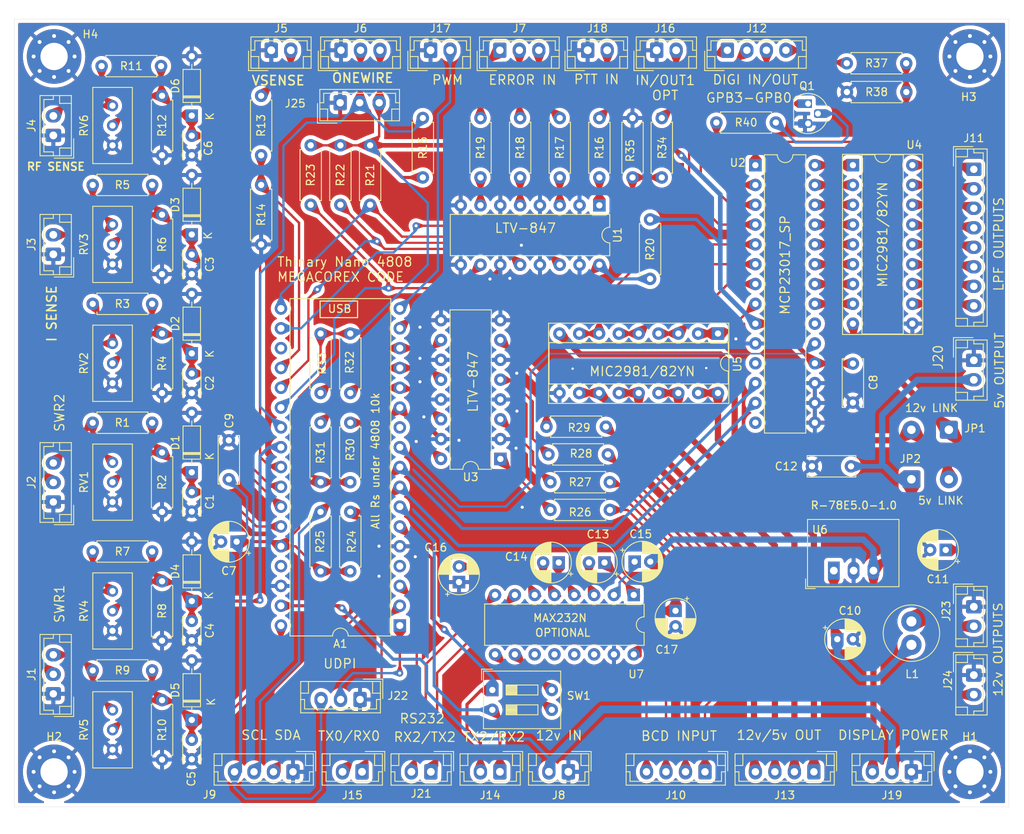
<source format=kicad_pcb>
(kicad_pcb (version 20240108) (generator "pcbnew") (generator_version "8.0")
  (layers (0 "F.Cu" signal "Front") (31 "B.Cu" signal "Back") (34 "B.Paste" user) (35 "F.Paste" user) (36 "B.SilkS" user "B.Silkscreen") (37 "F.SilkS" user "F.Silkscreen") (38 "B.Mask" user) (39 "F.Mask" user) (44 "Edge.Cuts" user))
  (net 0 "")
  (net 1 "Net-(A1-RXD0)")
  (net 2 "Net-(A1-UDPI)")
  (net 3 "/A11")
  (net 4 "+5V")
  (net 5 "/A10")
  (net 6 "/A5")
  (net 7 "/SDA")
  (net 9 "/D15")
  (net 10 "/A6")
  (net 11 "/A7")
  (net 12 "Net-(A1-TXD0)")
  (net 14 "/D23")
  (net 15 "/D12")
  (net 16 "/D9")
  (net 17 "/A2")
  (net 18 "VCC")
  (net 19 "/D10")
  (net 20 "/A4")
  (net 21 "/D8")
  (net 22 "/D13")
  (net 23 "/D11")
  (net 24 "GND")
  (net 25 "/A3")
  (net 26 "/D14")
  (net 27 "/SCL")
  (net 28 "/D6")
  (net 29 "/PWM")
  (net 30 "/D7")
  (net 31 "VD")
  (net 32 "/REV1")
  (net 33 "/FWD1")
  (net 34 "/FWD2")
  (net 35 "/REV2")
  (net 36 "/currrent")
  (net 37 "/RF_LEVEL")
  (net 38 "/50V_IN")
  (net 39 "Net-(J7-Pin_1)")
  (net 40 "Net-(J7-Pin_3)")
  (net 41 "Net-(J7-Pin_2)")
  (net 42 "Net-(J10-Pin_2)")
  (net 43 "Net-(J10-Pin_4)")
  (net 44 "Net-(J10-Pin_1)")
  (net 45 "Net-(J10-Pin_3)")
  (net 46 "Net-(J11-Pin_4)")
  (net 47 "Net-(J11-Pin_2)")
  (net 48 "Net-(J11-Pin_6)")
  (net 49 "Net-(J11-Pin_5)")
  (net 50 "Net-(J11-Pin_7)")
  (net 51 "Net-(J11-Pin_1)")
  (net 52 "Net-(J11-Pin_3)")
  (net 53 "Net-(J11-Pin_8)")
  (net 54 "Net-(J13-Pin_2)")
  (net 55 "Net-(J13-Pin_4)")
  (net 56 "Net-(J13-Pin_3)")
  (net 57 "Net-(J13-Pin_1)")
  (net 58 "Net-(J16-Pin_2)")
  (net 59 "+5F")
  (net 60 "VPP")
  (net 61 "Net-(R16-Pad2)")
  (net 62 "Net-(R17-Pad2)")
  (net 63 "Net-(R18-Pad2)")
  (net 64 "Net-(R19-Pad2)")
  (net 65 "Net-(R26-Pad2)")
  (net 66 "Net-(R27-Pad2)")
  (net 67 "Net-(R28-Pad2)")
  (net 68 "Net-(R29-Pad2)")
  (net 69 "Net-(U2-GPA5)")
  (net 70 "Net-(U2-GPB7)")
  (net 71 "Net-(U2-GPB5)")
  (net 72 "Net-(U2-GPA6)")
  (net 74 "Net-(U2-GPA3)")
  (net 76 "Net-(U2-GPA0)")
  (net 78 "Net-(U2-GPA2)")
  (net 79 "Net-(U2-GPA7)")
  (net 80 "Net-(U2-GPB6)")
  (net 81 "Net-(U2-GPA4)")
  (net 82 "Net-(U2-GPB4)")
  (net 83 "Net-(U2-GPA1)")
  (net 85 "Net-(U7-C1-)")
  (net 86 "Net-(U7-C1+)")
  (net 87 "Net-(U7-C2-)")
  (net 88 "Net-(U7-C2+)")
  (net 89 "Net-(U7-VS+)")
  (net 90 "Net-(U7-VS-)")
  (net 91 "Net-(J21-Pin_2)")
  (net 92 "Net-(J21-Pin_1)")
  (net 93 "Net-(U7-T2IN)")
  (net 94 "Net-(U7-R2OUT)")
  (net 99 "/GPB3")
  (net 100 "/GPB1")
  (net 101 "/GPB0")
  (net 102 "/GPB2")
  (net 103 "Net-(J12-Pin_4)")
  (net 104 "RX2A")
  (net 105 "TX2D")
  (net 106 "Net-(J12-Pin_3)")
  (net 107 "Net-(Q1-B)")
  (net 108 "Net-(J18-Pin_2)")
  (footprint "Package_DIP:DIP-18_W7.62mm_Socket" (layer "F.Cu") (at 162.7 83.82 -90)
    (property "Reference" "U5")
    (property "Value" "MIC2981/82YN")
  )
  (footprint "Potentiometer_THT:Potentiometer_Bourns_3296W_Vertical" (layer "F.Cu") (at 85.09 54.61 90)
    (property "Reference" "RV6")
    (property "Value" "10k")
  )
  (footprint "Diode_THT:D_DO-35_SOD27_P7.62mm_Horizontal" (layer "F.Cu") (at 95.25 55.885 90)
    (property "Reference" "D6")
    (property "Value" "Zener 4.7v")
  )
  (footprint "Resistor_THT:R_Axial_DIN0207_L6.3mm_D2.5mm_P7.62mm_Horizontal" (layer "F.Cu") (at 147.5 56.19 -90)
    (property "Reference" "R16")
    (property "Value" "2k2")
  )
  (footprint "Connector_JST:JST_EH_B3B-EH-A_1x03_P2.50mm_Vertical" (layer "F.Cu") (at 114.38 47.5)
    (property "Reference" "J6")
    (property "Value" "Temp")
  )
  (footprint "Capacitor_THT:C_Disc_D3.4mm_W2.1mm_P2.50mm" (layer "F.Cu") (at 95.25 58.46 -90)
    (property "Reference" "C6")
    (property "Value" "1nf")
  )
  (footprint "Capacitor_THT:CP_Radial_D5.0mm_P2.00mm" (layer "F.Cu") (at 191.9 111.56 180)
    (property "Reference" "C11")
    (property "Value" "10uf")
  )
  (footprint "Resistor_THT:R_Axial_DIN0207_L6.3mm_D2.5mm_P7.62mm_Horizontal" (layer "F.Cu") (at 82.55 64.77)
    (property "Reference" "R5")
    (property "Value" "47k")
  )
  (footprint "Connector_JST:JST_EH_B2B-EH-A_1x02_P2.50mm_Vertical" (layer "F.Cu") (at 195.5 118.84 -90)
    (property "Reference" "J23")
    (property "Value" "12v Output")
  )
  (footprint "Capacitor_THT:C_Disc_D6.0mm_W2.5mm_P5.00mm" (layer "F.Cu") (at 100 102.5 90)
    (property "Reference" "C9")
    (property "Value" "100nf")
  )
  (footprint "Diode_THT:D_DO-35_SOD27_P7.62mm_Horizontal" (layer "F.Cu") (at 95.25 86.36 90)
    (property "Reference" "D2")
    (property "Value" "Zener 4.7v")
  )
  (footprint "Connector_JST:JST_EH_B2B-EH-A_1x02_P2.50mm_Vertical" (layer "F.Cu") (at 77.5 58.42 90)
    (property "Reference" "J4")
    (property "Value" "RF In Level")
  )
  (footprint "Capacitor_THT:C_Disc_D6.0mm_W2.5mm_P5.00mm" (layer "F.Cu") (at 179.752 100.838 180)
    (property "Reference" "C12")
    (property "Value" "100nf")
  )
  (footprint "Connector_JST:JST_EH_B2B-EH-A_1x02_P2.50mm_Vertical" (layer "F.Cu") (at 146 47.5)
    (property "Reference" "J18")
    (property "Value" "PTT IN")
  )
  (footprint "Connector_JST:JST_EH_B2B-EH-A_1x02_P2.50mm_Vertical" (layer "F.Cu") (at 195.5 87.25 -90)
    (property "Reference" "J20")
    (property "Value" "5V Output")
  )
  (footprint "Capacitor_THT:CP_Radial_D5.0mm_P2.00mm" (layer "F.Cu") (at 142.29 113.17 180)
    (property "Reference" "C14")
    (property "Value" "1uf")
  )
  (footprint "Connector_JST:JST_EH_B2B-EH-A_1x02_P2.50mm_Vertical" (layer "F.Cu") (at 134.75 140 180)
    (property "Reference" "J14")
    (property "Value" "TX2/RX2")
  )
  (footprint "Resistor_THT:R_Axial_DIN0207_L6.3mm_D2.5mm_P7.62mm_Horizontal" (layer "F.Cu") (at 91.44 115.57 -90)
    (property "Reference" "R8")
    (property "Value" "560r")
  )
  (footprint "Connector_JST:JST_EH_B3B-EH-A_1x03_P2.50mm_Vertical" (layer "F.Cu") (at 77.5 105.41 90)
    (property "Reference" "J2")
    (property "Value" "SWR2")
  )
  (footprint "Capacitor_THT:C_Disc_D3.4mm_W2.1mm_P2.50mm" (layer "F.Cu") (at 95.25 73.7 -90)
    (property "Reference" "C3")
    (property "Value" "1nf")
  )
  (footprint "Connector_JST:JST_EH_B2B-EH-A_1x02_P2.50mm_Vertical" (layer "F.Cu") (at 125.86 47.5)
    (property "Reference" "J17")
    (property "Value" "PWM Out")
  )
  (footprint "MountingHole:MountingHole_3.5mm_Pad_Via" (layer "F.Cu") (at 195 140)
    (property "Reference" "H1")
    (property "Value" "MountingHole_Pad")
  )
  (footprint "Button_Switch_THT:SW_DIP_SPSTx02_Slide_9.78x7.26mm_W7.62mm_P2.54mm" (layer "F.Cu") (at 133.78 129.51)
    (property "Reference" "SW1")
    (property "Value" "SW_DIP_x02")
  )
  (footprint "Diode_THT:D_DO-35_SOD27_P7.62mm_Horizontal" (layer "F.Cu") (at 95.25 101.605 90)
    (property "Reference" "D1")
    (property "Value" "Zener 4.7v")
  )
  (footprint "Capacitor_THT:CP_Radial_D5.0mm_P2.00mm" (layer "F.Cu") (at 148.16 113.17 180)
    (property "Reference" "C13")
    (property "Value" "1uf")
  )
  (footprint "Converter_DCDC:Converter_DCDC_RECOM_R-78E-0.5_THT" (layer "F.Cu") (at 177.553 114.2075)
    (property "Reference" "U6")
    (property "Value" "R-78E5.0-1.0")
  )
  (footprint "Resistor_THT:R_Axial_DIN0207_L6.3mm_D2.5mm_P7.62mm_Horizontal" (layer "F.Cu") (at 115.57 95.25 -90)
    (property "Reference" "R30")
    (property "Value" "10k")
  )
  (footprint "Connector_JST:JST_EH_B2B-EH-A_1x02_P2.50mm_Vertical" (layer "F.Cu") (at 125.9 140 180)
    (property "Reference" "J21")
    (property "Value" "RS232")
  )
  (footprint "Package_DIP:DIP-18_W7.62mm_Socket" (layer "F.Cu") (at 180 62.23)
    (property "Reference" "U4")
    (property "Value" "MIC2981/82YN")
  )
  (footprint "Resistor_THT:R_Axial_DIN0207_L6.3mm_D2.5mm_P7.62mm_Horizontal" (layer "F.Cu") (at 132.26 56.19 -90)
    (property "Reference" "R19" (hide yes))
    (property "Value" "10r")
  )
  (footprint "Diode_THT:D_DO-35_SOD27_P7.62mm_Horizontal" (layer "F.Cu") (at 95.25 71.12 90)
    (property "Reference" "D3")
    (property "Value" "Zener 4.7v")
  )
  (footprint "Connector_JST:JST_EH_B3B-EH-A_1x03_P2.50mm_Vertical" (layer "F.Cu") (at 187.5 140 180)
    (property "Reference" "J19")
    (property "Value" "DISPLAY POWER")
  )
  (footprint "Resistor_THT:R_Axial_DIN0207_L6.3mm_D2.5mm_P7.62mm_Horizontal" (layer "F.Cu") (at 154 76.81 90)
    (property "Reference" "R20")
    (property "Value" "10k")
  )
  (footprint "Connector_JST:JST_EH_B4B-EH-A_1x04_P2.50mm_Vertical" (layer "F.Cu") (at 175 140 180)
    (property "Reference" "J13")
    (property "Value" "12v/5v Outputs")
  )
  (footprint "Connector_JST:JST_EH_B4B-EH-A_1x04_P2.50mm_Vertical" (layer "F.Cu") (at 108.225 140 180)
    (property "Reference" "J9")
    (property "Value" "I2c Output")
  )
  (footprint "Resistor_THT:R_Axial_DIN0207_L6.3mm_D2.5mm_P7.62mm_Horizontal" (layer "F.Cu") (at 111.76 95.25 -90)
    (property "Reference" "R31")
    (property "Value" "10k")
  )
  (footprint "Resistor_THT:R_Axial_DIN0207_L6.3mm_D2.5mm_P7.62mm_Horizontal" (layer "F.Cu") (at 104.14 64.77 -90)
    (property "Reference" "R14")
    (property "Value" "5k1")
  )
  (footprint "Resistor_THT:R_Axial_DIN0207_L6.3mm_D2.5mm_P7.62mm_Horizontal" (layer "F.Cu") (at 83.69 49.53)
    (property "Reference" "R11")
    (property "Value" "4k7")
  )
  (footprint "Resistor_THT:R_Axial_DIN0207_L6.3mm_D2.5mm_P7.62mm_Horizontal" (layer "F.Cu") (at 118.11 67.31 90)
    (property "Reference" "R21")
    (property "Value" "10k")
  )
  (footprint "Resistor_THT:R_Axial_DIN0207_L6.3mm_D2.5mm_P7.62mm_Horizontal" (layer "F.Cu") (at 91.44 130.81 -90)
    (property "Reference" "R10")
    (property "Value" "560r")
  )
  (footprint "Resistor_THT:R_Axial_DIN0207_L6.3mm_D2.5mm_P7.62mm_Horizontal" (layer "F.Cu") (at 148.59 99.314 180)
    (property "Reference" "R28")
    (property "Value" "470r")
  )
  (footprint "Connector_JST:JST_EH_B2B-EH-A_1x02_P2.50mm_Vertical" (layer "F.Cu") (at 154.84 47.5)
    (property "Reference" "J16")
    (property "Value" "50v In.")
  )
  (footprint "Connector_JST:JST_EH_B2B-EH-A_1x02_P2.50mm_Vertical" (layer "F.Cu") (at 195.5 127.6 -90)
    (property "Reference" "J24")
    (property "Value" "12v Output")
  )
  (footprint "Resistor_THT:R_Axial_DIN0207_L6.3mm_D2.5mm_P7.62mm_Horizontal" (layer "F.Cu") (at 124.87 56.19 -90)
    (property "Reference" "R15")
    (property "Value" "4k7")
  )
  (footprint "Capacitor_THT:CP_Radial_D5.0mm_P2.00mm" (layer "F.Cu") (at 129.5 115.68 90)
    (property "Reference" "C16")
    (property "Value" "1uf")
  )
  (footprint "Connector_JST:JST_EH_B2B-EH-A_1x02_P2.50mm_Vertical" (layer "F.Cu") (at 143.53 140 180)
    (property "Reference" "J8")
    (property "Value" "12v Input")
  )
  (footprint "Package_DIP:DIP-16_W7.62mm" (layer "F.Cu") (at 151.904664 117.325 -90)
    (property "Reference" "U7")
    (property "Value" "MAX232N")
  )
  (footprint "Diode_THT:D_DO-35_SOD27_P7.62mm_Horizontal" (layer "F.Cu") (at 95.25 118.115 90)
    (property "Reference" "D4")
    (property "Value" "Zener 4.7v")
  )
  (footprint "Capacitor_THT:C_Disc_D3.4mm_W2.1mm_P2.50mm" (layer "F.Cu") (at 95.25 120.65 -90)
    (property "Reference" "C4")
    (property "Value" "1nf")
  )
  (footprint "Potentiometer_THT:Potentiometer_Bourns_3296W_Vertical" (layer "F.Cu") (at 85.09 69.85 90)
    (property "Reference" "RV3")
    (property "Value" "10k")
  )
  (footprint "Connector_JST:JST_EH_B8B-EH-A_1x08_P2.50mm_Vertical" (layer "F.Cu") (at 195.5 62.764 -90)
    (property "Reference" "J11")
    (property "Value" "LPF")
  )
  (footprint "Package_DIP:DIP-16_W7.62mm" (layer "F.Cu") (at 147.5 67.38 -90)
    (property "Reference" "U1")
    (property "Value" "LTV-847")
  )
  (footprint "Resistor_THT:R_Axial_DIN0207_L6.3mm_D2.5mm_P7.62mm_Horizontal" (layer "F.Cu") (at 104.14 53.34 -90)
    (property "Reference" "R13")
    (property "Value" "100k")
  )
  (footprint "Resistor_THT:R_Axial_DIN0207_L6.3mm_D2.5mm_P7.62mm_Horizontal" (layer "F.Cu") (at 91.44 83.82 -90)
    (property "Reference" "R4")
    (property "Value" "680r")
  )
  (footprint "Resistor_THT:R_Axial_DIN0207_L6.3mm_D2.5mm_P7.62mm_Horizontal" (layer "F.Cu") (at 148.844 106.426 180)
    (property "Reference" "R26")
    (property "Value" "470r")
  )
  (footprint "Potentiometer_THT:Potentiometer_Bourns_3296W_Vertical" (layer "F.Cu") (at 85.09 85.09 90)
    (property "Reference" "RV2")
    (property "Value" "10k")
  )
  (footprint "Capacitor_THT:C_Disc_D3.4mm_W2.1mm_P2.50mm" (layer "F.Cu") (at 95.25 135.89 -90)
    (property "Reference" "C5")
    (property "Value" "1nf")
  )
  (footprint "Capacitor_THT:CP_Radial_D5.0mm_P2.00mm" (layer "F.Cu") (at 157.26 119.36 -90)
    (property "Reference" "C17")
    (property "Value" "2.2uf")
  )
  (footprint "Connector_JST:JST_EH_B2B-EH-A_1x02_P2.50mm_Vertical" (layer "F.Cu") (at 117.075 140 180)
    (property "Reference" "J15")
    (property "Value" "TX0/RX0")
  )
  (footprint "MountingHole:MountingHole_3.5mm_Pad_Via" (layer "F.Cu") (at 77.6 140)
    (property "Reference" "H2")
    (property "Value" "MountingHole_Pad")
  )
  (footprint "Resistor_THT:R_Axial_DIN0207_L6.3mm_D2.5mm_P7.62mm_Horizontal" (layer "F.Cu") (at 82.55 80.01)
    (property "Reference" "R3")
    (property "Value" "1k5")
  )
  (footprint "Connector_JST:JST_EH_B4B-EH-A_1x04_P2.50mm_Vertical" (layer "F.Cu") (at 163.91 47.5)
    (property "Reference" "J12")
    (property "Value" "Digi In/Out")
  )
  (footprint "Capacitor_THT:C_Disc_D3.4mm_W2.1mm_P2.50mm" (layer "F.Cu") (at 95.25 104.14 -90)
    (property "Reference" "C1")
    (property "Value" "1nf")
  )
  (footprint "Connector_JST:JST_EH_B2B-EH-A_1x02_P2.50mm_Vertical" (layer "F.Cu") (at 105.44 47.5)
    (property "Reference" "J5")
    (property "Value" "50v In.")
  )
  (footprint "MountingHole:MountingHole_3.5mm_Pad_Via" (layer "F.Cu") (at 195 48.3)
    (property "Reference" "H3")
    (property "Value" "MountingHole_Pad")
  )
  (footprint "Resistor_THT:R_Axial_DIN0207_L6.3mm_D2.5mm_P7.62mm_Horizontal" (layer "F.Cu") (at 114.3 67.31 90)
    (property "Reference" "R22")
    (property "Value" "10k")
  )
  (footprint "Resistor_THT:R_Axial_DIN0207_L6.3mm_D2.5mm_P7.62mm_Horizontal" (layer "F.Cu") (at 91.44 99.06 -90)
    (property "Reference" "R2")
    (property "Value" "680r")
  )
  (footprint "Resistor_THT:R_Axial_DIN0207_L6.3mm_D2.5mm_P7.62mm_Horizontal" (layer "F.Cu") (at 155.5 56.19 -90)
    (property "Reference" "R34")
    (property "Value" "3k3")
  )
  (footprint "Resistor_THT:R_Axial_DIN0207_L6.3mm_D2.5mm_P7.62mm_Horizontal" (layer "F.Cu") (at 162.5 56.77)
    (property "Reference" "R40")
    (property "Value" "1k")
  )
  (footprint "Resistor_THT:R_Axial_DIN0207_L6.3mm_D2.5mm_P7.62mm_Horizontal" (layer "F.Cu") (at 111.76 91.44 90)
    (property "Reference" "R33")
    (property "Value" "10k")
  )
  (footprint "Resistor_THT:R_Axial_DIN0207_L6.3mm_D2.5mm_P7.62mm_Horizontal" (layer "F.Cu") (at 91.44 68.58 -90)
    (property "Reference" "R6")
    (property "Value" "47k")
  )
  (footprint "Resistor_THT:R_Axial_DIN0207_L6.3mm_D2.5mm_P7.62mm_Horizontal" (layer "F.Cu") (at 137.34 56.19 -90)
    (property "Reference" "R18")
    (property "Value" "10r")
  )
  (footprint "Connector_JST:JST_EH_B3B-EH-A_1x03_P2.50mm_Vertical" (layer "F.Cu") (at 116.82 130.73 180)
    (property "Reference" "J22")
    (property "Value" "UDPI")
  )
  (footprint "Potentiometer_THT:Potentiometer_Bourns_3296W_Vertical" (layer "F.Cu") (at 85.09 116.84 90)
    (property "Reference" "RV4")
    (property "Value" "10k")
  )
  (footprint "Resistor_THT:R_Axial_DIN0207_L6.3mm_D2.5mm_P7.62mm_Horizontal" (layer "F.Cu") (at 110.49 67.31 90)
    (property "Reference" "R23")
    (property "Value" "10k")
  )
  (footprint "Resistor_THT:R_Axial_DIN0207_L6.3mm_D2.5mm_P7.62mm_Horizontal" (layer "F.Cu") (at 82.55 95.25)
    (property "Reference" "R1")
    (property "Value" "1k5")
  )
  (footprint "Resistor_THT:R_Axial_DIN0207_L6.3mm_D2.5mm_P7.62mm_Horizontal" (layer "F.Cu") (at 91.44 53.34 -90)
    (property "Reference" "R12")
    (property "Value" "470r")
  )
  (footprint "Connector_JST:JST_EH_B3B-EH-A_1x03_P2.50mm_Vertical" (layer "F.Cu") (at 77.5 130 90)
    (property "Reference" "J1")
    (property "Value" "SWR1")
  )
  (footprint "Diode_THT:D_DO-35_SOD27_P7.62mm_Horizontal" (layer "F.Cu") (at 95.25 133.35 90)
    (property "Reference" "D5")
    (property "Value" "Zener 4.7v")
  )
  (footprint "Resistor_THT:R_Axial_DIN0207_L6.3mm_D2.5mm_P7.62mm_Horizontal" (layer "F.Cu") (at 148.844 102.87 180)
    (property "Reference" "R27")
    (property "Value" "470r")
  )
  (footprint "Resistor_THT:R_Axial_DIN0207_L6.3mm_D2.5mm_P7.62mm_Horizontal" (layer "F.Cu") (at 82.55 127)
    (property "Reference" "R9")
    (property "Value" "1k5")
  )
  (footprint "Capacitor_THT:CP_Radial_D5.0mm_P2.00mm" (layer "F.Cu") (at 152.02 113.06)
    (property "Reference" "C15")
    (property "Value" "1uf")
  )
  (footprint "Package_DIP:DIP-16_W7.62mm" (layer "F.Cu") (at 134.81 99.89 180)
    (property "Reference" "U3")
    (property "Value" "LTV-847")
  )
  (footprint "Resistor_THT:R_Axial_DIN0207_L6.3mm_D2.5mm_P7.62mm_Horizontal" (layer "F.Cu") (at 148.336 95.758 180)
    (property "Reference" "R29")
    (property "Value" "470r")
  )
  (footprint "my-footprints:DIP-34_W15.24mm" (layer "F.Cu") (at 121.92 121.25 180)
    (property "Reference" "A1")
    (property "Value" "Arduino_Nano_Every-4808")
  )
  (footprint "Resistor_THT:R_Axial_DIN0207_L6.3mm_D2.5mm_P7.62mm_Horizontal" (layer "F.Cu") (at 115.57 114.3 90)
    (property "Reference" "R24")
    (property "Value" "10k")
  )
  (footprint "Resistor_THT:R_Axial_DIN0207_L6.3mm_D2.5mm_P7.62mm_Horizontal" (layer "F.Cu") (at 82.55 111.76)
    (property "Reference" "R7")
    (property "Value" "1k5")
  )
  (footprint "Connector_JST:JST_EH_B2B-EH-A_1x02_P2.50mm_Vertical" (layer "F.Cu") (at 77.5 73.66 90)
    (property "Reference" "J3")
    (property "Value" "I detect")
  )
  (footprint "Connector_JST:JST_EH_B4B-EH-A_1x04_P2.50mm_Vertical" (layer "F.Cu") (at 161.04 140 180)
    (property "Reference" "J10")
    (property "Value" "BCD Input")
  )
  (footprint "Resistor_THT:R_Axial_DIN0207_L6.3mm_D2.5mm_P7.62mm_Horizontal" (layer "F.Cu") (at 151.75 63.81 90)
    (property "Reference" "R35")
    (property "Value" "1k")
  )
  (footprint "Resistor_THT:R_Axial_DIN0207_L6.3mm_D2.5mm_P7.62mm_Horizontal" (layer "F.Cu") (at 115.57 91.44 90)
    (property "Reference" "R32")
    (property "Value" "10k")
  )
  (footprint "Capacitor_THT:C_Disc_D6.0mm_W2.5mm_P5.00mm" (layer "F.Cu") (at 180 92.67 90)
    (property "Reference" "C8")
    (property "Value" "100nf")
  )
  (footprint "Connector_Wire:SolderWire-0.5sqmm_1x02_P4.8mm_D0.9mm_OD2.3mm" (layer "F.Cu") (at 187.5 102.5)
    (property "Reference" "JP2")
    (property "Value" "Jumper")
  )
  (footprint "Resistor_THT:R_Axial_DIN0207_L6.3mm_D2.5mm_P7.62mm_Horizontal" (layer "F.Cu") (at 179.23 52.86)
    (property "Reference" "R38")
    (property "Value" "R")
  )
  (footprint "Connector_JST:JST_EH_B3B-EH-A_1x03_P2.50mm_Vertical" (layer "F.Cu") (at 114.27 54.23)
    (property "Reference" "J25")
    (property "Value" "Temp 2")
  )
  (footprint "Connector_Wire:SolderWire-0.5sqmm_1x02_P4.8mm_D0.9mm_OD2.3mm" (layer "F.Cu") (at 192.3 96.15 180)
    (property "Reference" "JP1")
    (property "Value" "Jumper")
  )
  (footprint "Capacitor_THT:CP_Radial_D5.0mm_P2.00mm" (layer "F.Cu") (at 178 123)
    (property "Reference" "C10")
    (property "Value" "2.2uf")
  )
  (footprint "Package_TO_SOT_THT:TO-92_HandSolder" (layer "F.Cu") (at 174.25 54.35 -90)
    (property "Reference" "Q1")
    (property "Value" "2n2222")
  )
  (footprint "Connector_JST:JST_EH_B3B-EH-A_1x03_P2.50mm_Vertical" (layer "F.Cu") (at 134.74 47.5)
    (property "Reference" "J7")
    (property "Value" "Conn_01x03_Pin")
  )
  (footprint "Capacitor_THT:C_Disc_D3.4mm_W2.1mm_P2.50mm" (layer "F.Cu") (at 95.25 88.94 -90)
    (property "Reference" "C2")
    (property "Value" "1nf")
  )
  (footprint "Resistor_THT:R_Axial_DIN0207_L6.3mm_D2.5mm_P7.62mm_Horizontal" (layer "F.Cu") (at 186.83 49.17 180)
    (property "Reference" "R37")
    (property "Value" "R")
  )
  (footprint "Capacitor_THT:CP_Radial_D5.0mm_P2.00mm" (layer "F.Cu") (at 101 110.5 180)
    (property "Reference" "C7")
    (property "Value" "10uf")
  )
  (footprint "Inductor_THT:L_Radial_D7.0mm_P3.00mm" (layer "F.Cu") (at 187.5 123.7225 90)
    (property "Reference" "L1")
    (property "Value" "68uh")
  )
  (footprint "Potentiometer_THT:Potentiometer_Bourns_3296W_Vertical" (layer "F.Cu") (at 85.09 100.33 90)
    (property "Reference" "RV1")
    (property "Value" "10k")
  )
  (footprint "Resistor_THT:R_Axial_DIN0207_L6.3mm_D2.5mm_P7.62mm_Horizontal" (layer "F.Cu") (at 142.42 56.19 -90)
    (property "Reference" "R17")
    (property "Value" "10r")
  )
  (footprint "Resistor_THT:R_Axial_DIN0207_L6.3mm_D2.5mm_P7.62mm_Horizontal" (layer "F.Cu") (at 111.76 114.3 90)
    (property "Reference" "R25")
    (property "Value" "10k")
  )
  (footprint "MountingHole:MountingHole_3.5mm_Pad_Via" (layer "F.Cu") (at 77.6 48.3)
    (property "Reference" "H4")
    (property "Value" "MountingHole_Pad")
  )
  (footprint "Potentiometer_THT:Potentiometer_Bourns_3296W_Vertical" (layer "F.Cu") (at 85.09 132.08 90)
    (property "Reference" "RV5")
    (property "Value" "10k")
  )
  (footprint "Package_DIP:DIP-28_W7.62mm" (layer "F.Cu") (at 167.5 62.23)
    (property "Reference" "U2")
    (property "Value" "MCP23017_SP")
  )
  (gr_rect (start 111.7 79.65) (end 116.5 81.775) (stroke (width 0.1524)) (fill none) (layer "F.SilkS"))
  (gr_line (start 72.5 43.5) (end 72.5 144.5) (stroke (width 0.0381)) (layer "Edge.Cuts"))
  (gr_line (start 200 144.5) (end 200 43.5) (stroke (width 0.0381)) (layer "Edge.Cuts"))
  (gr_line (start 200 43.5) (end 72.5 43.5) (stroke (width 0.0381)) (layer "Edge.Cuts"))
  (gr_line (start 72.5 144.5) (end 200 144.5) (stroke (width 0.0381)) (layer "Edge.Cuts"))
  (gr_text "R19" (at 132.26 60 90) (layer "F.SilkS") (effects (font (size 1 1))))
  (gr_text "PWM" (at 125.96 52.01 0) (layer "F.SilkS") (effects (font (size 1.2 1.2) (thickness 0.1524) (bold yes)) (justify left bottom)))
  (gr_text "GPB3-GPB0" (at 161.09 54.3 0) (layer "F.SilkS") (effects (font (size 1.2 1.2) (thickness 0.1524) (bold yes)) (justify left bottom)))
  (gr_text "LTV-847" (at 132 94 90) (layer "F.SilkS") (effects (font (size 1.2 1.2) (thickness 0.1524) (bold yes)) (justify left bottom)))
  (gr_text "DISPLAY POWER" (at 178 136 0) (layer "F.SilkS") (effects (font (size 1.2 1.2) (thickness 0.1524) (bold yes)) (justify left bottom)))
  (gr_text "R-78E5.0-1.0" (at 174.498 106.426 0) (layer "F.SilkS") (effects (font (size 1 1) (thickness 0.1524) (bold yes)) (justify left bottom)))
  (gr_text "5v OUTPUT" (at 199.425 93.55 90) (layer "F.SilkS") (effects (font (size 1.1 1.2) (thickness 0.1524) (bold yes)) (justify left bottom)))
  (gr_text "DIGI IN/OUT" (at 161.93 51.98 0) (layer "F.SilkS") (effects (font (size 1.2 1.2) (thickness 0.1524) (bold yes)) (justify left bottom)))
  (gr_text "BCD INPUT" (at 152.76 136.11 0) (layer "F.SilkS") (effects (font (size 1.2 1.2) (thickness 0.1524) (bold yes)) (justify left bottom)))
  (gr_text "All Rs under 4808 10k " (at 119.375 108.975 90) (layer "F.SilkS") (effects (font (size 1 1) (thickness 0.1524)) (justify left bottom)))
  (gr_text "SWR1" (at 79 121 90) (layer "F.SilkS") (effects (font (size 1.2 1.2) (thickness 0.1524) (bold yes)) (justify left bottom)))
  (gr_text "UDPI" (at 112.02 126.84 0) (layer "F.SilkS") (effects (font (size 1.2 1.2) (thickness 0.1524) (bold yes)) (justify left bottom)))
  (gr_text "USB" (at 112.6 81.23 0) (layer "F.SilkS") (effects (font (size 1 1) (thickness 0.1524) (bold yes)) (justify left bottom)))
  (gr_text "IN/OUT1\nOPT" (at 155.93 53.99 0) (layer "F.SilkS") (effects (font (size 1.2 1.2) (thickness 0.1524) (bold yes)) (justify bottom)))
  (gr_text "TX0/RX0" (at 111.34 136.11 0) (layer "F.SilkS") (effects (font (size 1.2 1.2) (thickness 0.1524) (bold yes)) (justify left bottom)))
  (gr_text "12v/5v OUT" (at 165 136 0) (layer "F.SilkS") (effects (font (size 1.2 1.2) (thickness 0.1524) (bold yes)) (justify left bottom)))
  (gr_text "RS232" (at 121.8 133.875 0) (layer "F.SilkS") (effects (font (size 1.2 1.2) (thickness 0.1524) (bold yes)) (justify left bottom)))
  (gr_text "ONEWIRE" (at 113.11 51.76 0) (layer "F.SilkS") (effects (font (size 1.2 1.2) (thickness 0.2032) (bold yes)) (justify left bottom)))
  (gr_text "LPF OUTPUTS" (at 199.39 78.486 90) (layer "F.SilkS") (effects (font (size 1.2 1.2) (thickness 0.1524) (bold yes)) (justify left bottom)))
  (gr_text "OPTIONAL" (at 139.175 122.75 0) (layer "F.SilkS") (effects (font (size 1 1) (thickness 0.1524) (bold yes)) (justify left bottom)))
  (gr_text "ERROR IN" (at 133.2 52.01 0) (layer "F.SilkS") (effects (font (size 1.2 1.2) (thickness 0.1524) (bold yes)) (justify left bottom)))
  (gr_text "RX2/TX2" (at 121.05 136.25 0) (layer "F.SilkS") (effects (font (size 1.2 1.2) (thickness 0.1524) (bold yes)) (justify left bottom)))
  (gr_text "MIC2981/82YN" (at 146.125 89.375 0) (layer "F.SilkS") (effects (font (size 1.2 1.2) (thickness 0.1524) (bold yes)) (justify left bottom)))
  (gr_text "PTT IN" (at 144.15 51.93 0) (layer "F.SilkS") (effects (font (size 1.2 1.2) (thickness 0.1524) (bold yes)) (justify left bottom)))
  (gr_text "SCL SDA" (at 101.5 136 0) (layer "F.SilkS") (effects (font (size 1.2 1.2) (thickness 0.1524) (bold yes)) (justify left bottom)))
  (gr_text "TX2/RX2" (at 129.925 136.225 0) (layer "F.SilkS") (effects (font (size 1.2 1.2) (thickness 0.1524) (bold yes)) (justify left bottom)))
  (gr_text "5v LINK\n" (at 188.27 105.81 0) (layer "F.SilkS") (effects (font (size 1 1) (thickness 0.1524) (bold yes)) (justify left bottom)))
  (gr_text "Thinary Nano 4808\nMEGACOREX CODE" (at 106.11 77.27 0) (layer "F.SilkS") (effects (font (size 1.2 1.2) (thickness 0.1524) (bold yes)) (justify left bottom)))
  (gr_text "MIC2981/82YN" (at 184.5 78 90) (layer "F.SilkS") (effects (font (size 1.2 1.2) (thickness 0.1524) (bold yes)) (justify left bottom)))
  (gr_text "LTV-847" (at 134 71 0) (layer "F.SilkS") (effects (font (size 1.2 1.2) (thickness 0.1524) (bold yes)) (justify left bottom)))
  (gr_text "MCP23017_SP" (at 172 81.5 90) (layer "F.SilkS") (effects (font (size 1.2 1.2) (thickness 0.1524) (bold yes)) (justify left bottom)))
  (gr_text "12v LINK\n" (at 186.6 93.95 0) (layer "F.SilkS") (effects (font (size 1 1) (thickness 0.1524) (bold yes)) (justify left bottom)))
  (gr_text "RF SENSE" (at 74 63 0) (layer "F.SilkS") (effects (font (size 1 1) (thickness 0.2032) (bold yes)) (justify left bottom)))
  (gr_text "12v OUTPUTS" (at 199.26 130.45 90) (layer "F.SilkS") (effects (font (size 1.1 1.2) (thickness 0.1524) (bold yes)) (justify left bottom)))
  (gr_text "I SENSE" (at 78 85 90) (layer "F.SilkS") (effects (font (size 1.2 1.2) (thickness 0.2032) (bold yes)) (justify left bottom)))
  (gr_text "SWR2" (at 79 96.5 90) (layer "F.SilkS") (effects (font (size 1.2 1.2) (thickness 0.1524) (bold yes)) (justify left bottom)))
  (gr_text "VSENSE" (at 102.82 52.09 0) (layer "F.SilkS") (effects (font (size 1.2 1.2) (thickness 0.2032) (bold yes)) (justify left bottom)))
  (gr_text "12v IN" (at 139.25 136.05 0) (layer "F.SilkS") (effects (font (size 1.2 1.2) (thickness 0.1524) (bold yes)) (justify left bottom)))
  (segment (start 124.09 118.34) (end 124.09 132.09) (width 0.3) (layer "F.Cu") (net 1))
  (segment (start 124.09 132.09) (end 117.05 139.13) (width 0.3) (layer "F.Cu") (net 1))
  (segment (start 117.05 139.13) (end 117.05 139.86) (width 0.2) (layer "F.Cu") (net 1))
  (segment (start 121.92 116.17) (end 124.09 118.34) (width 0.3) (layer "F.Cu") (net 1))
  (segment (start 121.92 127.33) (end 121.9 127.35) (width 0.3) (layer "F.Cu") (net 2))
  (segment (start 121.92 121.25) (end 121.92 127.33) (width 0.3) (layer "F.Cu") (net 2))
  (via (at 121.9 127.35) (size 0.9) (drill 0.4) (layers "F.Cu" "B.Cu") (net 2))
  (segment (start 115.91 127.35) (end 114.32 128.94) (width 0.3) (layer "B.Cu") (net 2))
  (segment (start 114.32 128.94) (end 114.32 130.73) (width 0.3) (layer "B.Cu") (net 2))
  (segment (start 121.9 127.35) (end 115.91 127.35) (width 0.3) (layer "B.Cu") (net 2))
  (segment (start 109 85.91) (end 106.68 88.23) (width 0.3) (layer "F.Cu") (net 3))
  (segment (start 109 69.63) (end 109 85.91) (width 0.3) (layer "F.Cu") (net 3))
  (segment (start 104.14 64.77) (end 109 69.63) (width 0.3) (layer "F.Cu") (net 3))
  (segment (start 104.14 60.96) (end 104.14 64.77) (width 0.4) (layer "F.Cu") (net 3))
  (segment (start 106.68 111.09) (end 109 108.77) (width 0.3) (layer "F.Cu") (net 4))
  (segment (start 110.13 102.87) (end 111.76 102.87) (width 0.2) (layer "F.Cu") (net 4))
  (segment (start 119.38 47.5) (end 119.38 54.12) (width 0.3) (layer "F.Cu") (net 4))
  (segment (start 180 87.67) (end 175.16 87.67) (width 0.4) (layer "F.Cu") (net 4))
  (segment (start 101.51 110.49) (end 106.08 110.49) (width 0.4) (layer "F.Cu") (net 4))
  (segment (start 119.27 54.23) (end 119.27 58.53) (width 0.3) (layer "F.Cu") (net 4))
  (segment (start 109 104) (end 110.13 102.87) (width 0.3) (layer "F.Cu") (net 4))
  (segment (start 111.76 83.82) (end 111.76 89.24) (width 0.3) (layer "F.Cu") (net 4))
  (segment (start 156.69 59.69) (end 158 61) (width 0.6) (layer "F.Cu") (net 4))
  (segment (start 118.11 59.69) (end 156.69 59.69) (width 0.6) (layer "F.Cu") (net 4))
  (segment (start 115.57 83.82) (end 111.76 83.82) (width 0.3) (layer "F.Cu") (net 4))
  (segment (start 110.49 59.69) (end 114.3 59.69) (width 0.3) (layer "F.Cu") (net 4))
  (segment (start 111.76 89.24) (end 109 92) (width 0.3) (layer "F.Cu") (net 4))
  (segment (start 119.27 58.53) (end 118.11 59.69) (width 0.3) (layer "F.Cu") (net 4))
  (segment (start 109 108.77) (end 109 104) (width 0.3) (layer "F.Cu") (net 4))
  (segment (start 106.08 110.49) (end 106.68 111.09) (width 0.2) (layer "F.Cu") (net 4))
  (segment (start 110 102) (end 110.89 102) (width 0.2) (layer "F.Cu") (net 4))
  (segment (start 106.68 111.09) (end 108.55 111.09) (width 0.3) (layer "F.Cu") (net 4))
  (segment (start 119.38 54.12) (end 119.27 54.23) (width 0.3) (layer "F.Cu") (net 4))
  (segment (start 167.5 82.55) (end 170.04 82.55) (width 0.6) (layer "F.Cu") (net 4))
  (segment (start 111.76 114.3) (end 115.57 114.3) (width 0.3) (layer "F.Cu") (net 4))
  (segment (start 109 101) (end 110 102) (width 0.3) (layer "F.Cu") (net 4))
  (segment (start 110.89 102) (end 111.76 102.87) (width 0.2) (layer "F.Cu") (net 4))
  (segment (start 101 111) (end 101.51 110.49) (width 0.2) (layer "F.Cu") (net 4))
  (segment (start 124.87 63.81) (end 122.23 63.81) (width 0.4) (layer "F.Cu") (net 4))
  (segment (start 114.3 59.69) (end 118.11 59.69) (width 0.3) (layer "F.Cu") (net 4))
  (segment (start 122.23 63.81) (end 118.11 59.69) (width 0.4) (layer "F.Cu") (net 4))
  (segment (start 170.04 82.55) (end 175.12 87.63) (width 0.6) (layer "F.Cu") (net 4))
  (segment (start 108.55 111.09) (end 111.76 114.3) (width 0.3) (layer "F.Cu") (net 4))
  (segment (start 109 92) (end 109 101) (width 0.3) (layer "F.Cu") (net 4))
  (segment (start 111.76 102.87) (end 115.57 102.87) (width 0.3) (layer "F.Cu") (net 4))
  (segment (start 175.16 87.67) (end 175.12 87.63) (width 0.2) (layer "F.Cu") (net 4))
  (via (at 158 61) (size 0.9) (drill 0.4) (layers "F.Cu" "B.Cu") (net 4))
  (segment (start 111.85 142.23) (end 110.62 143.46) (width 0.3) (layer "B.Cu") (net 4))
  (segment (start 101.5 111.5) (end 101 111) (width 0.2) (layer "B.Cu") (net 4))
  (segment (start 163 66) (end 163 72.27) (width 0.6) (layer "B.Cu") (net 4))
  (segment (start 101 111) (end 102.33 109.67) (width 0.3) (layer "B.Cu") (net 4))
  (segment (start 125.5 67.08) (end 125.5 75) (width 0.3) (layer "B.Cu") (net 4))
  (segment (start 111.82 142.2) (end 111.85 142.23) (width 0.3) (layer "B.Cu") (net 4))
  (segment (start 102.33 104.83) (end 100 102.5) (width 0.3) (layer "B.Cu") (net 4))
  (segment (start 111.82 130.73) (end 111.82 142.2) (width 0.3) (layer "B.Cu") (net 4))
  (segment (start 159.92 69.19) (end 163 72.27) (width 0.4) (layer "B.Cu") (net 4))
  (segment (start 154 69.19) (end 159.92 69.19) (width 0.4) (layer "B.Cu") (net 4))
  (segment (start 116.68 83.82) (end 115.57 83.82) (width 0.3) (layer "B.Cu") (net 4))
  (segment (start 163 66) (end 158 61) (width 0.6) (layer "B.Cu") (net 4))
  (segment (start 102.33 109.67) (end 102.33 104.83) (width 0.3) (layer "B.Cu") (net 4))
  (segment (start 118.11 59.69) (end 125.5 67.08) (width 0.3) (layer "B.Cu") (net 4))
  (segment (start 102.16 143.46) (end 100.725 142.025) (width 0.3) (layer "B.Cu") (net 4))
  (segment (start 163 78.05) (end 163 72.27) (width 0.6) (layer "B.Cu") (net 4))
  (segment (start 125.5 75) (end 116.68 83.82) (width 0.3) (layer "B.Cu") (net 4))
  (segment (start 100.725 142.025) (end 100.725 140.15) (width 0.3) (layer "B.Cu") (net 4))
  (segment (start 167.5 82.55) (end 163 78.05) (width 0.6) (layer "B.Cu") (net 4))
  (segment (start 101.5 140) (end 101.5 111.5) (width 0.4) (layer "B.Cu") (net 4))
  (segment (start 110.62 143.46) (end 102.16 143.46) (width 0.3) (layer "B.Cu") (net 4))
  (segment (start 99.15 133.35) (end 95.25 133.35) (width 0.3) (layer "F.Cu") (net 5))
  (segment (start 92.71 130.81) (end 95.25 133.35) (width 0.3) (layer "F.Cu") (net 5))
  (segment (start 90.17 127) (end 90.17 129.54) (width 0.3) (layer "F.Cu") (net 5))
  (segment (start 106.68 121.25) (end 106.68 125.82) (width 0.3) (layer "F.Cu") (net 5))
  (segment (start 91.44 130.81) (end 88.9 130.81) (width 0.3) (layer "F.Cu") (net 5))
  (segment (start 106.68 125.82) (end 99.15 133.35) (width 0.3) (layer "F.Cu") (net 5))
  (segment (start 91.44 130.81) (end 92.71 130.81) (width 0.2) (layer "F.Cu") (net 5))
  (segment (start 88.9 130.81) (end 85.09 134.62) (width 0.3) (layer "F.Cu") (net 5))
  (segment (start 90.17 129.54) (end 91.44 130.81) (width 0.3) (layer "F.Cu") (net 5))
  (segment (start 95.25 135.89) (end 95.25 133.35) (width 0.2) (layer "F.Cu") (net 5))
  (segment (start 88.9 68.58) (end 85.09 72.39) (width 0.3) (layer "F.Cu") (net 6))
  (segment (start 94.12 71.12) (end 95.25 71.12) (width 0.2) (layer "F.Cu") (net 6))
  (segment (start 91.58 68.58) (end 94.12 71.12) (width 0.3) (layer "F.Cu") (net 6))
  (segment (start 103 101) (end 105.47 103.47) (width 0.3) (layer "F.Cu") (net 6))
  (segment (start 103 81.45) (end 103 101) (width 0.3) (layer "F.Cu") (net 6))
  (segment (start 91.44 68.58) (end 88.9 68.58) (width 0.3) (layer "F.Cu") (net 6))
  (segment (start 95.25 73.7) (end 95.25 71.12) (width 0.2) (layer "F.Cu") (net 6))
  (segment (start 90.17 64.77) (end 90.17 67.31) (width 0.3) (layer "F.Cu") (net 6))
  (segment (start 91.44 68.58) (end 91.58 68.58) (width 0.2) (layer "F.Cu") (net 6))
  (segment (start 105.47 103.47) (end 106.68 103.47) (width 0.2) (layer "F.Cu") (net 6))
  (segment (start 90.17 67.31) (end 91.44 68.58) (width 0.3) (layer "F.Cu") (net 6))
  (segment (start 95.25 73.7) (end 103 81.45) (width 0.3) (layer "F.Cu") (net 6))
  (segment (start 117.71 108.6) (end 117.71 118.7) (width 0.3) (layer "F.Cu") (net 7))
  (segment (start 117.71 118.7) (end 106.5 129.91) (width 0.3) (layer "F.Cu") (net 7))
  (segment (start 115.79 106.68) (end 117.71 108.6) (width 0.3) (layer "F.Cu") (net 7))
  (segment (start 115.57 106.68) (end 118.71 106.68) (width 0.3) (layer "F.Cu") (net 7))
  (segment (start 118.71 106.68) (end 121.92 103.47) (width 0.3) (layer "F.Cu") (net 7))
  (segment (start 106.5 129.91) (end 106.5 140) (width 0.3) (layer "F.Cu") (net 7))
  (segment (start 115.57 106.68) (end 115.79 106.68) (width 0.2) (layer "F.Cu") (net 7))
  (segment (start 129.45 111) (end 121.92 103.47) (width 0.4) (layer "B.Cu") (net 7))
  (segment (start 166.471 93.879) (end 149.35 111) (width 0.4) (layer "B.Cu") (net 7))
  (segment (start 149 111) (end 129.45 111) (width 0.4) (layer "B.Cu") (net 7))
  (segment (start 167.29 92.71) (end 166.471 93.529) (width 0.4) (layer "B.Cu") (net 7))
  (segment (start 167.5 92.71) (end 167.29 92.71) (width 0.4) (layer "B.Cu") (net 7))
  (segment (start 166.471 93.529) (end 166.471 93.879) (width 0.4) (layer "B.Cu") (net 7))
  (segment (start 166.681 93.529) (end 166.471 93.529) (width 0.2) (layer "B.Cu") (net 7))
  (segment (start 149.35 111) (end 149 111) (width 0.4) (layer "B.Cu") (net 7))
  (segment (start 110.49 67.31) (end 120.49 77.31) (width 0.3) (layer "F.Cu") (net 9))
  (segment (start 120.49 77.31) (end 120.49 78) (width 0.3) (layer "F.Cu") (net 9))
  (segment (start 129.26 78) (end 132.26 75) (width 0.3) (layer "F.Cu") (net 9))
  (segment (start 120.49 78) (end 129.26 78) (width 0.3) (layer "F.Cu") (net 9))
  (via (at 120.49 78) (size 0.9) (drill 0.4) (layers "F.Cu" "B.Cu") (net 9))
  (segment (start 120.49 78) (end 117.5 78) (width 0.3) (layer "B.Cu") (net 9))
  (segment (start 113.525 86.465) (end 106.68 93.31) (width 0.3) (layer "B.Cu") (net 9))
  (segment (start 113.525 81.975) (end 113.525 86.465) (width 0.3) (layer "B.Cu") (net 9))
  (segment (start 117.5 78) (end 113.525 81.975) (width 0.3) (layer "B.Cu") (net 9))
  (segment (start 91.44 83.82) (end 88.9 83.82) (width 0.3) (layer "F.Cu") (net 10))
  (segment (start 95.25 86.36) (end 95.25 88.94) (width 0.2) (layer "F.Cu") (net 10))
  (segment (start 90.17 82.55) (end 91.44 83.82) (width 0.3) (layer "F.Cu") (net 10))
  (segment (start 92.71 83.82) (end 95.25 86.36) (width 0.3) (layer "F.Cu") (net 10))
  (segment (start 102 101.33) (end 106.68 106.01) (width 0.3) (layer "F.Cu") (net 10))
  (segment (start 88.9 83.82) (end 85.09 87.63) (width 0.3) (layer "F.Cu") (net 10))
  (segment (start 97.94 88.94) (end 102 93) (width 0.3) (layer "F.Cu") (net 10))
  (segment (start 90.17 80.01) (end 90.17 82.55) (width 0.3) (layer "F.Cu") (net 10))
  (segment (start 91.44 83.82) (end 92.71 83.82) (width 0.3) (layer "F.Cu") (net 10))
  (segment (start 102 93) (end 102 101.33) (width 0.3) (layer "F.Cu") (net 10))
  (segment (start 95.25 88.94) (end 97.94 88.94) (width 0.3) (layer "F.Cu") (net 10))
  (segment (start 99.14 104.14) (end 103.55 108.55) (width 0.3) (layer "F.Cu") (net 11))
  (segment (start 94.105 101.605) (end 95.25 101.605) (width 0.2) (layer "F.Cu") (net 11))
  (segment (start 90.17 97.79) (end 91.44 99.06) (width 0.3) (layer "F.Cu") (net 11))
  (segment (start 91.56 99.06) (end 94.105 101.605) (width 0.3) (layer "F.Cu") (net 11))
  (segment (start 95.25 104.14) (end 99.14 104.14) (width 0.3) (layer "F.Cu") (net 11))
  (segment (start 95.25 101.605) (end 95.25 104.14) (width 0.2) (layer "F.Cu") (net 11))
  (segment (start 90.17 95.25) (end 90.17 97.79) (width 0.3) (layer "F.Cu") (net 11))
  (segment (start 103.55 108.55) (end 106.68 108.55) (width 0.3) (layer "F.Cu") (net 11))
  (segment (start 91.44 99.06) (end 91.56 99.06) (width 0.2) (layer "F.Cu") (net 11))
  (segment (start 91.44 99.06) (end 88.9 99.06) (width 0.3) (layer "F.Cu") (net 11))
  (segment (start 88.9 99.06) (end 85.09 102.87) (width 0.3) (layer "F.Cu") (net 11))
  (segment (start 121.92 118.71) (end 119.58 121.05) (width 0.3) (layer "F.Cu") (net 12))
  (segment (start 119.58 121.05) (end 119.58 134.83) (width 0.3) (layer "F.Cu") (net 12))
  (segment (start 119.58 134.83) (end 114.55 139.86) (width 0.3) (layer "F.Cu") (net 12))
  (segment (start 122.2 71.4) (end 118.11 67.31) (width 0.3) (layer "F.Cu") (net 14))
  (segment (start 142.42 75) (end 138.82 71.4) (width 0.3) (layer "F.Cu") (net 14))
  (segment (start 138.82 71.4) (end 122.2 71.4) (width 0.3) (layer "F.Cu") (net 14))
  (segment (start 106.68 78.74) (end 118.11 67.31) (width 0.3) (layer "B.Cu") (net 14))
  (segment (start 106.68 80.61) (end 106.68 78.74) (width 0.3) (layer "B.Cu") (net 14))
  (segment (start 142.5 80) (end 147.5 75) (width 0.3) (layer "F.Cu") (net 15))
  (segment (start 125.07 80) (end 142.5 80) (width 0.3) (layer "F.Cu") (net 15))
  (segment (start 121.92 83.15) (end 125.07 80) (width 0.3) (layer "F.Cu") (net 15))
  (segment (start 154 76.81) (end 149.31 76.81) (width 0.4) (layer "B.Cu") (net 15))
  (segment (start 149.31 76.81) (end 147.5 75) (width 0.4) (layer "B.Cu") (net 15))
  (segment (start 120.23 90.77) (end 121.92 90.77) (width 0.3) (layer "F.Cu") (net 16))
  (segment (start 111.76 95.25) (end 114.01 93) (width 0.3) (layer "F.Cu") (net 16))
  (segment (start 121.92 90.77) (end 123.15 90.77) (width 0.3) (layer "F.Cu") (net 16))
  (segment (start 118 93) (end 120.23 90.77) (width 0.3) (layer "F.Cu") (net 16))
  (segment (start 123.15 90.77) (end 127.19 94.81) (width 0.3) (layer "F.Cu") (net 16))
  (segment (start 114.01 93) (end 118 93) (width 0.3) (layer "F.Cu") (net 16))
  (segment (start 116.88 47.5) (end 116.88 54.12) (width 0.3) (layer "F.Cu") (net 17))
  (segment (start 116.88 54.12) (end 116.77 54.23) (width 0.3) (layer "F.Cu") (net 17))
  (segment (start 116.91 54.18) (end 116.91 53.86) (width 0.3) (layer "B.Cu") (net 17))
  (segment (start 116.77 54.23) (end 120.45 57.91) (width 0.3) (layer "B.Cu") (net 17))
  (segment (start 114.22 56.78) (end 113.78 56.78) (width 0.3) (layer "B.Cu") (net 17))
  (segment (start 104 93.17) (end 106.68 95.85) (width 0.3) (layer "B.Cu") (net 17))
  (segment (start 109.98 56.78) (end 113.78 56.78) (width 0.3) (layer "B.Cu") (net 17))
  (segment (start 107 59.76) (end 109.98 56.78) (width 0.3) (layer "B.Cu") (net 17))
  (segment (start 113.78 56.78) (end 114.31 56.78) (width 0.3) (layer "B.Cu") (net 17))
  (segment (start 116.77 54.23) (end 114.22 56.78) (width 0.3) (layer "B.Cu") (net 17))
  (segment (start 107 59.76) (end 107 73.086) (width 0.3) (layer "B.Cu") (net 17))
  (segment (start 124.87 56.52) (end 124.87 56.19) (width 0.3) (layer "B.Cu") (net 17))
  (segment (start 123.48 57.91) (end 124.87 56.52) (width 0.3) (layer "B.Cu") (net 17))
  (segment (start 120.45 57.91) (end 123.48 57.91) (width 0.3) (layer "B.Cu") (net 17))
  (segment (start 107 73.086) (end 104 76.086) (width 0.3) (layer "B.Cu") (net 17))
  (segment (start 104 76.086) (end 104 93.17) (width 0.3) (layer "B.Cu") (net 17))
  (segment (start 106.68 118.71) (end 114.21 118.71) (width 0.4) (layer "F.Cu") (net 18))
  (segment (start 195 99) (end 192.3 96.3) (width 0.8) (layer "F.Cu") (net 18))
  (segment (start 187.5 120.7225) (end 188.61125 119.61125) (width 0.6) (layer "F.Cu") (net 18))
  (segment (start 191 133) (end 190.425 133.575) (width 0.8) (layer "F.Cu") (net 18))
  (segment (start 188.61125 119.61125) (end 191.11125 117.11125) (width 0.8) (layer "F.Cu") (net 18))
  (segment (start 185 139) (end 185 140) (width 0.6) (layer "F.Cu") (net 18))
  (segment (start 195.5 130.1) (end 193.9 130.1) (width 1) (layer "F.Cu") (net 18))
  (segment (start 191 122) (end 191 133) (width 1) (layer "F.Cu") (net 18))
  (segment (start 193.9 130.1) (end 190.425 133.575) (width 1) (layer "F.Cu") (net 18))
  (segment (start 180 82.55) (end 180 83.85) (width 0.6) (layer "F.Cu") (net 18))
  (segment (start 190.425 133.575) (end 185 139) (width 1) (layer "F.Cu") (net 18))
  (segment (start 180 83.85) (end 192.3 96.15) (width 0.8) (layer "F.Cu") (net 18))
  (segment (start 187.5 120.7225) (end 189.7225 120.7225) (width 1) (layer "F.Cu") (net 18))
  (segment (start 195.5 121.34) (end 190.34 121.34) (width 1) (layer "F.Cu") (net 18))
  (segment (start 192.3 96.3) (end 192.3 96.15) (width 0.6) (layer "F.Cu") (net 18))
  (segment (start 193.3375 111.56) (end 195 113.2225) (width 0.6) (layer "F.Cu") (net 18))
  (segment (start 191.11125 117.11125) (end 195 113.2225) (width 0.8) (layer "F.Cu") (net 18))
  (segment (start 114.21 118.71) (end 114.5 119) (width 0.2) (layer "F.Cu") (net 18))
  (segment (start 189.7225 120.7225) (end 191 122) (width 1) (layer "F.Cu") (net 18))
  (segment (start 191 122) (end 189.83 120.83) (width 0.8) (layer "F.Cu") (net 18))
  (segment (start 189.83 120.83) (end 188.61125 119.61125) (width 0.8) (layer "F.Cu") (net 18))
  (segment (start 190.34 121.34) (end 189.83 120.83) (width 0.8) (layer "F.Cu") (net 18))
  (segment (start 195 113.2225) (end 195 99) (width 0.8) (layer "F.Cu") (net 18))
  (segment (start 191.9 111.56) (end 193.3375 111.56) (width 0.6) (layer "F.Cu") (net 18))
  (via (at 114.5 119) (size 0.9) (drill 0.4) (layers "F.Cu" "B.Cu") (net 18))
  (segment (start 121.07 125.57) (end 124.545 125.57) (width 0.4) (layer "B.Cu") (net 18))
  (segment (start 182.5 132) (end 147.88 132) (width 1) (layer "B.Cu") (net 18))
  (segment (start 131.42 135.78) (end 138.56 135.78) (width 0.4) (layer "B.Cu") (net 18))
  (segment (start 185 140) (end 185 134.5) (width 1) (layer "B.Cu") (net 18))
  (segment (start 141.03 138.85) (end 141.03 140) (width 0.8) (layer "B.Cu") (net 18))
  (segment (start 138.56 135.78) (end 141.03 138.25) (width 0.4) (layer "B.Cu") (net 18))
  (segment (start 147.88 132) (end 141.03 138.85) (width 1) (layer "B.Cu") (net 18))
  (segment (start 114.5 119) (end 121.07 125.57) (width 0.4) (layer "B.Cu") (net 18))
  (segment (start 125.35 129.71) (end 131.42 135.78) (width 0.4) (layer "B.Cu") (net 18))
  (segment (start 124.545 125.57) (end 125.35 126.375) (width 0.4) (layer "B.Cu") (net 18))
  (segment (start 141.03 138.25) (end 141.03 140) (width 0.4) (layer "B.Cu") (net 18))
  (segment (start 185 134.5) (end 182.5 132) (width 1) (layer "B.Cu") (net 18))
  (segment (start 125.35 126.375) (end 125.35 129.71) (width 0.4) (layer "B.Cu") (net 18))
  (segment (start 125.69 88.23) (end 127.19 89.73) (width 0.3) (layer "F.Cu") (net 19))
  (segment (start 121.92 88.23) (end 125.69 88.23) (width 0.3) (layer "F.Cu") (net 19))
  (segment (start 121.92 88.23) (end 118.78 88.23) (width 0.3) (layer "F.Cu") (net 19))
  (segment (start 118.78 88.23) (end 115.57 91.44) (width 0.3) (layer "F.Cu") (net 19))
  (segment (start 104 75) (end 100 71) (width 0.3) (layer "F.Cu") (net 20))
  (segment (start 93.985 55.885) (end 91.44 53.34) (width 0.3) (layer "F.Cu") (net 20))
  (segment (start 91.44 53.34) (end 88.9 53.34) (width 0.3) (layer "F.Cu") (net 20))
  (segment (start 100 71) (end 100 61) (width 0.3) (layer "F.Cu") (net 20))
  (segment (start 91.31 49.53) (end 91.31 53.21) (width 0.3) (layer "F.Cu") (net 20))
  (segment (start 95.25 58.46) (end 95.25 55.885) (width 0.2) (layer "F.Cu") (net 20))
  (segment (start 106.68 100.93) (end 105.305 100.93) (width 0.3) (layer "F.Cu") (net 20))
  (segment (start 100 61) (end 97.46 58.46) (width 0.3) (layer "F.Cu") (net 20))
  (segment (start 95.25 55.885) (end 93.985 55.885) (width 0.2) (layer "F.Cu") (net 20))
  (segment (start 88.9 53.34) (end 85.09 57.15) (width 0.3) (layer "F.Cu") (net 20))
  (segment (start 105.305 100.93) (end 104 99.625) (width 0.3) (layer "F.Cu") (net 20))
  (segment (start 97.46 58.46) (end 95.25 58.46) (width 0.3) (layer "F.Cu") (net 20))
  (segment (start 91.31 53.21) (end 91.44 53.34) (width 0.2) (layer "F.Cu") (net 20))
  (segment (start 104 99.625) (end 104 75) (width 0.3) (layer "F.Cu") (net 20))
  (segment (start 119.98 95.25) (end 121.92 93.31) (width 0.3) (layer "F.Cu") (net 21))
  (segment (start 121.92 93.31) (end 121.92 93.5) (width 0.3) (layer "F.Cu") (net 21))
  (segment (start 127.19 99.564365) (end 127.19 99.89) (width 0.2) (layer "F.Cu") (net 21))
  (segment (start 115.57 95.25) (end 119.98 95.25) (width 0.3) (layer "F.Cu") (net 21))
  (segment (start 126.59 99.89) (end 127.19 99.89) (width 0.2) (layer "F.Cu") (net 21))
  (segment (start 125.08 96.66) (end 125.08 97.78) (width 0.3) (layer "F.Cu") (net 21))
  (segment (start 121.92 93.5) (end 125.08 96.66) (width 0.3) (layer "F.Cu") (net 21))
  (segment (start 125.08 97.78) (end 127.19 99.89) (width 0.3) (layer "F.Cu") (net 21))
  (segment (start 149.5 70) (end 151.75 67.75) (width 0.3) (layer "F.Cu") (net 22))
  (segment (start 124 70) (end 149.5 70) (width 0.3) (layer "F.Cu") (net 22))
  (segment (start 151.75 63.81) (end 155.5 63.81) (width 0.2) (layer "F.Cu") (net 22))
  (segment (start 151.75 67.75) (end 151.75 63.81) (width 0.3) (layer "F.Cu") (net 22))
  (via (at 124 70) (size 0.9) (drill 0.4) (layers "F.Cu" "B.Cu") (net 22))
  (segment (start 121.125 73.425) (end 124 70.55) (width 0.3) (layer "B.Cu") (net 22))
  (segment (start 118.975 73.425) (end 121.125 73.425) (width 0.3) (layer "B.Cu") (net 22))
  (segment (start 109.25 83.15) (end 118.975 73.425) (width 0.3) (layer "B.Cu") (net 22))
  (segment (start 124 70.55) (end 124 70) (width 0.2) (layer "B.Cu") (net 22))
  (segment (start 123.896 70.104) (end 124 70) (width 0.2) (layer "B.Cu") (net 22))
  (segment (start 106.68 83.15) (end 109.25 83.15) (width 0.3) (layer "B.Cu") (net 22))
  (segment (start 121.92 85.69) (end 126.15 85.69) (width 0.3) (layer "F.Cu") (net 23))
  (segment (start 126.15 85.69) (end 127.19 84.65) (width 0.2) (layer "F.Cu") (net 23))
  (segment (start 117 86) (end 117.31 85.69) (width 0.2) (layer "F.Cu") (net 23))
  (segment (start 117.31 85.69) (end 121.92 85.69) (width 0.3) (layer "F.Cu") (net 23))
  (segment (start 111.76 91.44) (end 117 86.2) (width 0.3) (layer "F.Cu") (net 23))
  (segment (start 117 86.2) (end 117 86) (width 0.2) (layer "F.Cu") (net 23))
  (segment (start 134.8 75) (end 134.8 75.5) (width 0.6) (layer "F.Cu") (net 24))
  (segment (start 127.19 97.35) (end 125 95.16) (width 0.6) (layer "F.Cu") (net 24))
  (segment (start 134.8 75.5) (end 133.47 76.83) (width 0.6) (layer "F.Cu") (net 24))
  (segment (start 125 95.16) (end 125 94.5) (width 0.6) (layer "F.Cu") (net 24))
  (via (at 133.47 76.83) (size 0.9) (drill 0.4) (layers "F.Cu" "B.Cu") (net 24))
  (via (at 124.5 87) (size 0.9) (drill 0.4) (layers "F.Cu" "B.Cu") (net 24))
  (via (at 136.906 88.9) (size 0.9) (drill 0.4) (layers "F.Cu" "B.Cu") (net 24))
  (via (at 119.25 114.925) (size 0.9) (drill 0.4) (layers "F.Cu" "B.Cu") (net 24))
  (via (at 119.25 111.075) (size 0.9) (drill 0.4) (layers "F.Cu" "B.Cu") (net 24))
  (via (at 136.82 98.51) (size 0.9) (drill 0.4) (layers "F.Cu" "B.Cu") (net 24))
  (via (at 124.5 83) (size 0.9) (drill 0.4) (layers "F.Cu" "B.Cu") (net 24))
  (via (at 124.5 90) (size 0.9) (drill 0.4) (layers "F.Cu" "B.Cu") (net 24))
  (via (at 124.02 97.65) (size 0.9) (drill 0.4) (layers "F.Cu" "B.Cu") (net 24))
  (via (at 129.5 97.5) (size 0.9) (drill 0.4) (layers "F.Cu" "B.Cu") (net 24))
  (via (at 137.5 72.5) (size 0.9) (drill 0.4) (layers "F.Cu" "B.Cu") (net 24))
  (via (at 161.2 88.24) (size 0.6) (drill 0.3) (layers "F.Cu" "B.Cu") (net 24))
  (via (at 144.07 88.32) (size 0.6) (drill 0.3) (layers "F.Cu" "B.Cu") (net 24))
  (via (at 137.61 106.08) (size 0.9) (drill 0.4) (layers "F.Cu" "B.Cu") (net 24))
  (via (at 136.02 76.74) (size 0.9) (drill 0.4) (layers "F.Cu" "B.Cu") (net 24))
  (via (at 125 94.5) (size 0.9) (drill 0.4) (layers "F.Cu" "B.Cu") (net 24))
  (via (at 136.93 93.76) (size 0.9) (drill 0.4) (layers "F.Cu" "B.Cu") (net 24))
  (via (at 123.9 112.425) (size 0.9) (drill 0.4) (layers "F.Cu" "B.Cu") (net 24))
  (via (at 165 84.5) (size 0.9) (drill 0.4) (layers "F.Cu" "B.Cu") (net 24))
  (segment (start 91.44 115.57) (end 88.9 115.57) (width 0.3) (layer "F.Cu") (net 25))
  (segment (start 88.9 115.57) (end 85.09 119.38) (width 0.3) (layer "F.Cu") (net 25))
  (segment (start 95.25 118.115) (end 95.25 120.65) (width 0.2) (layer "F.Cu") (net 25))
  (segment (start 103.885 118.115) (end 104 118) (width 0.2) (layer "F.Cu") (net 25))
  (segment (start 92.705 115.57) (end 95.25 118.115) (width 0.3) (layer "F.Cu") (net 25))
  (segment (start 95.25 118.115) (end 103.885 118.115) (width 0.4) (layer "F.Cu") (net 25))
  (segment (start 91.44 115.57) (end 92.705 115.57) (width 0.2) (layer "F.Cu") (net 25))
  (segment (start 90.17 114.3) (end 91.44 115.57) (width 0.3) (layer "F.Cu") (net 25))
  (segment (start 90.17 111.76) (end 90.17 114.3) (width 0.3) (layer "F.Cu") (net 25))
  (via (at 104 118) (size 0.9) (drill 0.4) (layers "F.Cu" "B.Cu") (net 25))
  (segment (start 105.11 98.39) (end 106.68 98.39) (width 0.4) (layer "B.Cu") (net 25))
  (segment (start 104 99.5) (end 105.11 98.39) (width 0.4) (layer "B.Cu") (net 25))
  (segment (start 104 118) (end 104 99.5) (width 0.4) (layer "B.Cu") (net 25))
  (segment (start 118 71) (end 117.99 71) (width 0.2) (layer "F.Cu") (net 26))
  (segment (start 117.99 71) (end 114.3 67.31) (width 0.3) (layer "F.Cu") (net 26))
  (segment (start 119.97 72.97) (end 119 72) (width 0.3) (layer "F.Cu") (net 26))
  (segment (start 110.2 87.25) (end 110.2 79.3) (width 0.3) (layer "F.Cu") (net 26))
  (segment (start 135.31 72.97) (end 119.97 72.97) (width 0.3) (layer "F.Cu") (net 26))
  (segment (start 110.2 79.3) (end 111.3375 78.1625) (width 0.3) (layer "F.Cu") (net 26))
  (segment (start 119 72) (end 118 71) (width 0.3) (layer "F.Cu") (net 26))
  (segment (start 106.68 90.77) (end 110.2 87.25) (width 0.3) (layer "F.Cu") (net 26))
  (segment (start 137.34 75) (end 135.31 72.97) (width 0.3) (layer "F.Cu") (net 26))
  (via (at 111.3375 78.1625) (size 0.9) (drill 0.4) (layers "F.Cu" "B.Cu") (net 26))
  (via (at 119 72) (size 0.9) (drill 0.4) (layers "F.Cu" "B.Cu") (net 26))
  (segment (start 111.3375 78.1625) (end 117.5 72) (width 0.3) (layer "B.Cu") (net 26))
  (segment (start 117.5 72) (end 119 72) (width 0.3) (layer "B.Cu") (net 26))
  (segment (start 121.4 100.93) (end 121.92 100.93) (width 0.3) (layer "F.Cu") (net 27))
  (segment (start 113.79 104.65) (end 118.2 104.65) (width 0.3) (layer "F.Cu") (net 27))
  (segment (start 111.76 106.68) (end 113.79 104.65) (width 0.3) (layer "F.Cu") (net 27))
  (segment (start 118.2 104.65) (end 121.92 100.93) (width 0.3) (layer "F.Cu") (net 27))
  (segment (start 104 130.96) (end 104 140) (width 0.3) (layer "B.Cu") (net 27))
  (segment (start 109 109.44) (end 109 125.96) (width 0.3) (layer "B.Cu") (net 27))
  (segment (start 109 125.96) (end 104 130.96) (width 0.3) (layer "B.Cu") (net 27))
  (segment (start 149.32 108.81) (end 167.5 90.63) (width 0.4) (layer "B.Cu") (net 27))
  (segment (start 122.4925 101.3675) (end 129.935 108.81) (width 0.4) (layer "B.Cu") (net 27))
  (segment (start 111.76 106.68) (end 109 109.44) (width 0.3) (layer "B.Cu") (net 27))
  (segment (start 167.5 90.63) (end 167.5 90.17) (width 0.4) (layer "B.Cu") (net 27))
  (segment (start 129.935 108.81) (end 149.32 108.81) (width 0.4) (layer "B.Cu") (net 27))
  (segment (start 173.92 86.29) (end 173.81 86.4) (width 0.2) (layer "B.Cu") (net 28))
  (segment (start 129.53 106) (end 121.92 98.39) (width 0.3) (layer "B.Cu") (net 28))
  (segment (start 138.684 102.816) (end 135.5 106) (width 0.3) (layer "B.Cu") (net 28))
  (segment (start 138.684 88.816) (end 138.684 102.816) (width 0.3) (layer "B.Cu") (net 28))
  (segment (start 135.5 106) (end 129.53 106) (width 0.3) (layer "B.Cu") (net 28))
  (segment (start 175.12 85.09) (end 173.92 86.29) (width 0.3) (layer "B.Cu") (net 28))
  (segment (start 173.81 86.4) (end 141.1 86.4) (width 0.2) (layer "B.Cu") (net 28))
  (segment (start 141.1 86.4) (end 138.684 88.816) (width 0.3) (layer "B.Cu") (net 28))
  (segment (start 126.8 55.7) (end 128.36 54.14) (width 0.3) (layer "B.Cu") (net 29))
  (segment (start 126.8 75.73) (end 121.92 80.61) (width 0.3) (layer "B.Cu") (net 29))
  (segment (start 126.8 55.7) (end 126.8 75.73) (width 0.3) (layer "B.Cu") (net 29))
  (segment (start 128.36 54.14) (end 128.36 47.5) (width 0.3) (layer "B.Cu") (net 29))
  (segment (start 177.553 114.2075) (end 177.553 122.553) (width 0.8) (layer "F.Cu") (net 31))
  (segment (start 177.553 122.553) (end 178 123) (width 0.6) (layer "F.Cu") (net 31))
  (segment (start 183.2225 128) (end 181 128) (width 0.8) (layer "B.Cu") (net 31))
  (segment (start 187.5 123.7225) (end 183.2225 128) (width 0.8) (layer "B.Cu") (net 31))
  (segment (start 178 125) (end 178 123) (width 0.8) (layer "B.Cu") (net 31))
  (segment (start 181 128) (end 178 125) (width 0.8) (layer "B.Cu") (net 31))
  (segment (start 77.5 127.5) (end 75 125) (width 0.3) (layer "F.Cu") (net 32))
  (segment (start 82.55 111.76) (end 82.55 114.3) (width 0.3) (layer "F.Cu") (net 32))
  (segment (start 82.55 114.3) (end 85.09 116.84) (width 0.3) (layer "F.Cu") (net 32))
  (segment (start 75 125) (end 75 120) (width 0.3) (layer "F.Cu") (net 32))
  (segment (start 75 120) (end 78.16 116.84) (width 0.3) (layer "F.Cu") (net 32))
  (segment (start 78.16 116.84) (end 85.09 116.84) (width 0.3) (layer "F.Cu") (net 32))
  (segment (start 77.5 125) (end 80.55 125) (width 0.3) (layer "F.Cu") (net 33))
  (segment (start 82.55 127) (end 82.55 129.54) (width 0.3) (layer "F.Cu") (net 33))
  (segment (start 80.55 125) (end 82.55 127) (width 0.3) (layer "F.Cu") (net 33))
  (segment (start 82.55 129.54) (end 85.09 132.08) (width 0.3) (layer "F.Cu") (net 33))
  (segment (start 82.55 97.79) (end 85.09 100.33) (width 0.3) (layer "F.Cu") (net 34))
  (segment (start 77.5 100.3) (end 82.55 95.25) (width 0.3) (layer "F.Cu") (net 34))
  (segment (start 82.55 95.25) (end 82.55 97.79) (width 0.3) (layer "F.Cu") (net 34))
  (segment (start 77.5 100.41) (end 77.5 100.3) (width 0.2) (layer "F.Cu") (net 34))
  (segment (start 82.55 80.01) (end 82.55 80.55) (width 0.2) (layer "F.Cu") (net 35))
  (segment (start 75 100.41) (end 75 92) (width 0.3) (layer "F.Cu") (net 35))
  (segment (start 81.91 85.09) (end 85.09 85.09) (width 0.3) (layer "F.Cu") (net 35))
  (segment (start 77.5 102.91) (end 75 100.41) (width 0.3) (layer "F.Cu") (net 35))
  (segment (start 82.55 80.55) (end 85.09 83.09) (width 0.3) (layer "F.Cu") (net 35))
  (segment (start 85.09 83.09) (end 85.09 85.09) (width 0.3) (layer "F.Cu") (net 35))
  (segment (start 75 92) (end 81.91 85.09) (width 0.3) (layer "F.Cu") (net 35))
  (segment (start 82.55 64.77) (end 82.55 67.31) (width 0.3) (layer "F.Cu") (net 36))
  (segment (start 77.5 71.16) (end 83.78 71.16) (width 0.3) (layer "F.Cu") (net 36))
  (segment (start 83.78 71.16) (end 85.09 69.85) (width 0.3) (layer "F.Cu") (net 36))
  (segment (start 82.55 67.31) (end 85.09 69.85) (width 0.3) (layer "F.Cu") (net 36))
  (segment (start 83.69 53.21) (end 85.09 54.61) (width 0.3) (layer "F.Cu") (net 37))
  (segment (start 85.09 54.61) (end 78.78 54.61) (width 0.3) (layer "F.Cu") (net 37))
  (segment (start 78.78 54.61) (end 77.47 55.92) (width 0.3) (layer "F.Cu") (net 37))
  (segment (start 83.69 49.53) (end 83.69 53.21) (width 0.3) (layer "F.Cu") (net 37))
  (segment (start 107.94 49.54) (end 104.14 53.34) (width 0.4) (layer "F.Cu") (net 38))
  (segment (start 107.94 47.5) (end 107.94 49.54) (width 0.4) (layer "F.Cu") (net 38))
  (segment (start 132.26 56.19) (end 132.26 49.98) (width 0.4) (layer "F.Cu") (net 39))
  (segment (start 132.26 49.98) (end 134.74 47.5) (width 0.4) (layer "F.Cu") (net 39))
  (segment (start 139.74 47.5) (end 139.74 53.51) (width 0.4) (layer "F.Cu") (net 40))
  (segment (start 139.74 53.51) (end 142.42 56.19) (width 0.4) (layer "F.Cu") (net 40))
  (segment (start 142.22 55.99) (end 142.42 56.19) (width 0.2) (layer "F.Cu") (net 40))
  (segment (start 137.24 56.09) (end 137.34 56.19) (width 0.3) (layer "F.Cu") (net 41))
  (segment (start 137.24 47.5) (end 137.24 56.09) (width 0.4) (layer "F.Cu") (net 41))
  (segment (start 162.39 126.685) (end 158.54 130.535) (width 0.3) (layer "F.Cu") (net 42))
  (segment (start 158.54 130.535) (end 158.54 140) (width 0.3) (layer "F.Cu") (net 42))
  (segment (start 162.39 126.685) (end 162.39 113.114) (width 0.3) (layer "F.Cu") (net 42))
  (segment (start 162.39 113.114) (end 148.59 99.314) (width 0.3) (layer "F.Cu") (net 42))
  (segment (start 148.88 106.39) (end 148.844 106.426) (width 0.3) (layer "F.Cu") (net 43))
  (segment (start 158.98 123.87) (end 153.54 129.31) (width 0.3) (layer "F.Cu") (net 43))
  (segment (start 151.096 106.426) (end 158.98 114.31) (width 0.3) (layer "F.Cu") (net 43))
  (segment (start 153.54 129.31) (end 153.54 140) (width 0.3) (layer "F.Cu") (net 43))
  (segment (start 148.844 106.426) (end 151.096 106.426) (width 0.3) (layer "F.Cu") (net 43))
  (segment (start 158.98 114.31) (end 158.98 123.87) (width 0.3) (layer "F.Cu") (net 43))
  (segment (start 164.18 128.48) (end 161.04 131.62) (width 0.3) (layer "F.Cu") (net 44))
  (segment (start 164.18 111.602) (end 164.18 128.48) (width 0.3) (layer "F.Cu") (net 44))
  (segment (start 161.04 131.62) (end 161.04 140) (width 0.3) (layer "F.Cu") (net 44))
  (segment (start 148.336 95.758) (end 164.18 111.602) (width 0.3) (layer "F.Cu") (net 44))
  (segment (start 160.52 125.5) (end 156.04 129.98) (width 0.3) (layer "F.Cu") (net 45))
  (segment (start 160.52 113.6) (end 160.52 125.5) (width 0.3) (layer "F.Cu") (net 45))
  (segment (start 149.79 102.87) (end 160.52 113.6) (width 0.3) (layer "F.Cu") (net 45))
  (segment (start 148.844 102.87) (end 149.79 102.87) (width 0.3) (layer "F.Cu") (net 45))
  (segment (start 156.04 129.98) (end 156.04 140) (width 0.3) (layer "F.Cu") (net 45))
  (segment (start 187.77 70) (end 187.62 69.85) (width 0.6) (layer "F.Cu") (net 46))
  (segment (start 195 70) (end 187.77 70) (width 0.6) (layer "F.Cu") (net 46))
  (segment (start 195 65) (end 194 65) (width 0.6) (layer "F.Cu") (net 47))
  (segment (start 194 65) (end 193.77 64.77) (width 0.6) (layer "F.Cu") (net 47))
  (segment (start 193.77 64.77) (end 187.62 64.77) (width 0.6) (layer "F.Cu") (net 47))
  (segment (start 187.69 75) (end 187.62 74.93) (width 0.6) (layer "F.Cu") (net 48))
  (segment (start 195 75) (end 187.69 75) (width 0.6) (layer "F.Cu") (net 48))
  (segment (start 187.62 72.39) (end 194.89 72.39) (width 0.6) (layer "F.Cu") (net 49))
  (segment (start 194.89 72.39) (end 195 72.5) (width 0.6) (layer "F.Cu") (net 49))
  (segment (start 194.97 77.47) (end 195 77.5) (width 0.6) (layer "F.Cu") (net 50))
  (segment (start 187.62 77.47) (end 194.97 77.47) (width 0.6) (layer "F.Cu") (net 50))
  (segment (start 187.62 62.23) (end 194.73 62.23) (width 0.6) (layer "F.Cu") (net 51))
  (segment (start 194.73 62.23) (end 195 62.5) (width 0.6) (layer "F.Cu") (net 51))
  (segment (start 187.62 67.31) (end 194.81 67.31) (width 0.6) (layer "F.Cu") (net 52))
  (segment (start 194.81 67.31) (end 195 67.5) (width 0.6) (layer "F.Cu") (net 52))
  (segment (start 195 80) (end 187.63 80) (width 0.6) (layer "F.Cu") (net 53))
  (segment (start 187.63 80) (end 187.62 80.01) (width 0.6) (layer "F.Cu") (net 53))
  (segment (start 157.62 91.44) (end 155.08 91.44) (width 0.6) (layer "F.Cu") (net 54))
  (segment (start 157.62 95.62) (end 172.5 110.5) (width 0.8) (layer "F.Cu") (net 54))
  (segment (start 157.62 91.44) (end 157.62 95.62) (width 0.8) (layer "F.Cu") (net 54))
  (segment (start 172.5 110.5) (end 172.5 140) (width 0.8) (layer "F.Cu") (net 54))
  (segment (start 167.32 139.82) (end 167.32 111.3) (width 0.8) (layer "F.Cu") (net 55))
  (segment (start 167.32 111.3) (end 147.46 91.44) (width 0.8) (layer "F.Cu") (net 55))
  (segment (start 147.46 91.44) (end 144.92 91.44) (width 0.6) (layer "F.Cu") (net 55))
  (segment (start 167.5 140) (end 167.32 139.82) (width 0.8) (layer "F.Cu") (net 55))
  (segment (start 152.54 91.44) (end 150 91.44) (width 0.6) (layer "F.Cu") (net 56))
  (segment (start 170 140) (end 170 137.37) (width 0.6) (layer "F.Cu") (net 56))
  (segment (start 152.54 93.54) (end 170 111) (width 0.8) (layer "F.Cu") (net 56))
  (segment (start 152.54 91.44) (end 152.54 93.54) (width 0.8) (layer "F.Cu") (net 56))
  (segment (start 170 137.37) (end 170 138) (width 0.8) (layer "F.Cu") (net 56))
  (segment (start 170 111) (end 170 137.37) (width 0.8) (layer "F.Cu") (net 56))
  (segment (start 162.7 91.44) (end 160.16 91.44) (width 0.6) (layer "F.Cu") (net 57))
  (segment (start 175 109.722) (end 175 140) (width 0.8) (layer "F.Cu") (net 57))
  (segment (start 162.7 97.422) (end 175 109.722) (width 0.8) (layer "F.Cu") (net 57))
  (segment (start 162.7 91.44) (end 162.7 97.422) (width 0.8) (layer "F.Cu") (net 57))
  (segment (start 157.34 54.35) (end 155.5 56.19) (width 0.4) (layer "F.Cu") (net 58))
  (segment (start 157.34 47.58) (end 157.34 54.35) (width 0.4) (layer "F.Cu") (net 58))
  (segment (start 154.94 55.63) (end 155.5 56.19) (width 0.2) (layer "F.Cu") (net 58))
  (segment (start 187.5 102.5) (end 187.5 109.3405) (width 0.8) (layer "F.Cu") (net 59))
  (segment (start 182.633 114.2075) (end 182.633 139.867) (width 0.8) (layer "F.Cu") (net 59))
  (segment (start 157.1 116.05) (end 157.26 116.21) (width 0.8) (layer "F.Cu") (net 59))
  (segment (start 157.26 116.21) (end 157.26 119.36) (width 0.8) (layer "F.Cu") (net 59))
  (segment (start 157.01 116.05) (end 157.1 116.05) (width 0.8) (layer "F.Cu") (net 59))
  (segment (start 157.26 119.36) (end 153.76 119.36) (width 0.6) (layer "F.Cu") (net 59))
  (segment (start 153.76 119.36) (end 152.63 120.49) (width 0.6) (layer "F.Cu") (net 59))
  (segment (start 152.63 120.49) (end 152.63 125.09) (width 0.6) (layer "F.Cu") (net 59))
  (segment (start 187.5 109.3405) (end 182.633 114.2075) (width 0.8) (layer "F.Cu") (net 59))
  (segment (start 154.02 113.06) (end 157.01 116.05) (width 0.8) (layer "F.Cu") (net 59))
  (segment (start 182.633 139.867) (end 182.5 140) (width 0.6) (layer "F.Cu") (net 59))
  (segment (start 182.633 114.2075) (end 182.633 111.533) (width 0.8) (layer "B.Cu") (net 59))
  (segment (start 185.75 102.5) (end 187.5 102.5) (width 0.4) (layer "B.Cu") (net 59))
  (segment (start 183.75 94.25) (end 183.75 100.5) (width 0.8) (layer "B.Cu") (net 59))
  (segment (start 184.119 100.869) (end 185.75 102.5) (width 0.8) (layer "B.Cu") (net 59))
  (segment (start 188.25 89.75) (end 183.75 94.25) (width 0.8) (layer "B.Cu") (net 59))
  (segment (start 182.633 111.533) (end 181.325 110.225) (width 0.8) (layer "B.Cu") (net 59))
  (segment (start 179.752 100.838) (end 184.088 100.838) (width 0.6) (layer "B.Cu") (net 59))
  (segment (start 195.25 89.75) (end 188.25 89.75) (width 0.8) (layer "B.Cu") (net 59))
  (segment (start 184.088 100.838) (end 184.119 100.869) (width 0.4) (layer "B.Cu") (net 59))
  (segment (start 156.855 110.225) (end 154.02 113.06) (width 0.8) (layer "B.Cu") (net 59))
  (segment (start 183.75 100.5) (end 184.119 100.869) (width 0.6) (layer "B.Cu") (net 59))
  (segment (start 181.325 110.225) (end 156.855 110.225) (width 0.8) (layer "B.Cu") (net 59))
  (segment (start 187.35 96.15) (end 186 97.5) (width 0.8) (layer "F.Cu") (net 60))
  (segment (start 186 97.5) (end 165.572 97.5) (width 0.8) (layer "F.Cu") (net 60))
  (segment (start 145.06 86.5) (end 142.38 83.82) (width 0.8) (layer "F.Cu") (net 60))
  (segment (start 187.5 96.15) (end 187.35 96.15) (width 0.6) (layer "F.Cu") (net 60))
  (segment (start 164.846 88.346) (end 163 86.5) (width 0.8) (layer "F.Cu") (net 60))
  (segment (start 164.846 96.774) (end 164.846 88.346) (width 0.8) (layer "F.Cu") (net 60))
  (segment (start 192.3 100.95) (end 192.3 102.5) (width 0.6) (layer "F.Cu") (net 60))
  (segment (start 187.5 96.15) (end 192.3 100.95) (width 0.8) (layer "F.Cu") (net 60))
  (segment (start 165.572 97.5) (end 164.846 96.774) (width 0.8) (layer "F.Cu") (net 60))
  (segment (start 163 86.5) (end 145.06 86.5) (width 0.8) (layer "F.Cu") (net 60))
  (segment (start 147.5 63.81) (end 147.5 67.38) (width 0.4) (layer "F.Cu") (net 61))
  (segment (start 142.42 63.81) (end 142.42 67.38) (width 0.4) (layer "F.Cu") (net 62))
  (segment (start 137.34 63.81) (end 137.34 67.38) (width 0.4) (layer "F.Cu") (net 63))
  (segment (start 132.26 63.81) (end 132.26 67.38) (width 0.4) (layer "F.Cu") (net 64))
  (segment (start 134.81 100.012) (end 141.224 106.426) (width 0.3) (layer "F.Cu") (net 65))
  (segment (start 134.81 99.89) (end 134.81 100.012) (width 0.3) (layer "F.Cu") (net 65))
  (segment (start 139 99) (end 139 100.646) (width 0.3) (layer "F.Cu") (net 66))
  (segment (start 134.81 94.81) (end 139 99) (width 0.3) (layer "F.Cu") (net 66))
  (segment (start 139 100.646) (end 141.224 102.87) (width 0.3) (layer "F.Cu") (net 66))
  (segment (start 138.96 92.55) (end 136.5 90.09) (width 0.3) (layer "F.Cu") (net 67))
  (segment (start 136.5 90.09) (end 136.5 90.06) (width 0.2) (layer "F.Cu") (net 67))
  (segment (start 136.5 90.06) (end 136.17 89.73) (width 0.2) (layer "F.Cu") (net 67))
  (segment (start 140.97 99.314) (end 138.96 97.304) (width 0.3) (layer "F.Cu") (net 67))
  (segment (start 138.96 97.304) (end 138.96 92.55) (width 0.3) (layer "F.Cu") (net 67))
  (segment (start 136.17 89.73) (end 134.81 89.73) (width 0.3) (layer "F.Cu") (net 67))
  (segment (start 134.81 84.65) (end 140.716 90.556) (width 0.3) (layer "F.Cu") (net 68))
  (segment (start 140.716 90.556) (end 140.716 95.758) (width 0.3) (layer "F.Cu") (net 68))
  (segment (start 180 67.31) (end 175.12 67.31) (width 0.6) (layer "F.Cu") (net 69))
  (segment (start 163.69 83.82) (end 167.5 80.01) (width 0.3) (layer "F.Cu") (net 70))
  (segment (start 162.7 83.82) (end 163.69 83.82) (width 0.2) (layer "F.Cu") (net 70))
  (segment (start 160.16 83.82) (end 162.7 83.82) (width 0.6) (layer "F.Cu") (net 70))
  (segment (start 161.43 74.93) (end 152.54 83.82) (width 0.3) (layer "F.Cu") (net 71))
  (segment (start 167.5 74.93) (end 161.43 74.93) (width 0.3) (layer "F.Cu") (net 71))
  (segment (start 152.54 83.82) (end 150 83.82) (width 0.2) (layer "F.Cu") (net 71))
  (segment (start 180 64.77) (end 175.12 64.77) (width 0.6) (layer "F.Cu") (net 72))
  (segment (start 180 72.39) (end 175.12 72.39) (width 0.6) (layer "F.Cu") (net 74))
  (segment (start 180 80.01) (end 175.12 80.01) (width 0.6) (layer "F.Cu") (net 76))
  (segment (start 180 74.93) (end 175.12 74.93) (width 0.6) (layer "F.Cu") (net 78))
  (segment (start 180 62.23) (end 175.12 62.23) (width 0.6) (layer "F.Cu") (net 79))
  (segment (start 157.62 83.82) (end 155.08 83.82) (width 0.2) (layer "F.Cu") (net 80))
  (segment (start 163.97 77.47) (end 157.62 83.82) (width 0.3) (layer "F.Cu") (net 80))
  (segment (start 167.5 77.47) (end 163.97 77.47) (width 0.3) (layer "F.Cu") (net 80))
  (segment (start 180 69.85) (end 175.12 69.85) (width 0.6) (layer "F.Cu") (net 81))
  (segment (start 167.5 72.39) (end 155.054365 72.39) (width 0.3) (layer "F.Cu") (net 82))
  (segment (start 155.054365 72.39) (end 147.46 79.984365) (width 0.3) (layer "F.Cu") (net 82))
  (segment (start 147.46 83.82) (end 144.92 83.82) (width 0.2) (layer "F.Cu") (net 82))
  (segment (start 147.46 79.984365) (end 147.46 83.82) (width 0.3) (layer "F.Cu") (net 82))
  (segment (start 180 77.47) (end 175.12 77.47) (width 0.6) (layer "F.Cu") (net 83))
  (segment (start 146.16 113.17) (end 146.16 116.08) (width 0.3) (layer "F.Cu") (net 85))
  (segment (start 146.16 116.08) (end 147.55 117.47) (width 0.2) (layer "F.Cu") (net 85))
  (segment (start 152.46 117.47) (end 152.63 117.47) (width 0.2) (layer "F.Cu") (net 86))
  (segment (start 148.16 113.17) (end 152.46 117.47) (width 0.3) (layer "F.Cu") (net 86))
  (segment (start 140.29 113.17) (end 140.29 115.29) (width 0.3) (layer "F.Cu") (net 87))
  (segment (start 140.29 115.29) (end 142.47 117.47) (width 0.3) (layer "F.Cu") (net 87))
  (segment (start 142.29 114.75) (end 145.01 117.47) (width 0.3) (layer "F.Cu") (net 88))
  (segment (start 142.29 113.17) (end 142.29 114.75) (width 0.2) (layer "F.Cu") (net 88))
  (segment (start 150.09 115.71) (end 150.09 117.47) (width 0.3) (layer "B.Cu") (net 89))
  (segment (start 152.02 113.78) (end 150.09 115.71) (width 0.3) (layer "B.Cu") (net 89))
  (segment (start 152.02 113.06) (end 152.02 113.78) (width 0.2) (layer "B.Cu") (net 89))
  (segment (start 136.14 113.68) (end 139.93 117.47) (width 0.3) (layer "F.Cu") (net 90))
  (segment (start 129.5 113.68) (end 136.14 113.68) (width 0.3) (layer "F.Cu") (net 90))
  (segment (start 125.24 137.085) (end 123.4 138.925) (width 0.3) (layer "F.Cu") (net 91))
  (segment (start 125.24 126.209664) (end 125.24 137.085) (width 0.3) (layer "F.Cu") (net 91))
  (segment (start 134.124664 117.325) (end 125.24 126.209664) (width 0.3) (layer "F.Cu") (net 91))
  (segment (start 123.4 138.925) (end 123.4 140.05) (width 0.2) (layer "F.Cu") (net 91))
  (segment (start 136.664664 117.325) (end 131.77 122.219664) (width 0.3) (layer "F.Cu") (net 92))
  (segment (start 126.7 139.25) (end 125.9 140.05) (width 0.2) (layer "F.Cu") (net 92))
  (segment (start 126.7 127.3) (end 126.7 139.25) (width 0.3) (layer "F.Cu") (net 92))
  (segment (start 131.77 122.23) (end 126.7 127.3) (width 0.3) (layer "F.Cu") (net 92))
  (segment (start 131.77 122.219664) (end 131.77 122.23) (width 0.2) (layer "F.Cu") (net 92))
  (segment (start 141.229664 129.51) (end 141.4 129.51) (width 0.3) (layer "F.Cu") (net 93))
  (segment (start 136.664664 124.945) (end 141.229664 129.51) (width 0.4) (layer "F.Cu") (net 93))
  (segment (start 134.124664 124.945) (end 141.229664 132.05) (width 0.4) (layer "F.Cu") (net 94))
  (segment (start 141.229664 132.05) (end 141.4 132.05) (width 0.3) (layer "F.Cu") (net 94))
  (segment (start 159 51.5) (end 159 66) (width 0.3) (layer "F.Cu") (net 99))
  (segment (start 163.91 47.5) (end 163 47.5) (width 0.2) (layer "F.Cu") (net 99))
  (segment (start 162.85 69.85) (end 167.5 69.85) (width 0.3) (layer "F.Cu") (net 99))
  (segment (start 163 47.5) (end 159 51.5) (width 0.3) (layer "F.Cu") (net 99))
  (segment (start 159 66) (end 162.85 69.85) (width 0.3) (layer "F.Cu") (net 99))
  (segment (start 167.5 64.77) (end 164.82 64.77) (width 0.3) (layer "F.Cu") (net 100))
  (segment (start 164.82 64.77) (end 162.5 62.45) (width 0.3) (layer "F.Cu") (net 100))
  (segment (start 162.5 62.45) (end 162.5 56.77) (width 0.3) (layer "F.Cu") (net 100))
  (segment (start 186.83 52.84) (end 186.85 52.86) (width 0.3) (layer "F.Cu") (net 101))
  (segment (start 186.83 49.17) (end 186.83 52.84) (width 0.3) (layer "F.Cu") (net 101))
  (segment (start 167.5 60.77) (end 169.03 59.24) (width 0.3) (layer "F.Cu") (net 101))
  (segment (start 185.92 59.24) (end 186.85 58.31) (width 0.3) (layer "F.Cu") (net 101))
  (segment (start 169.03 59.24) (end 185.92 59.24) (width 0.3) (layer "F.Cu") (net 101))
  (segment (start 167.5 62.23) (end 167.5 60.77) (width 0.3) (layer "F.Cu") (net 101))
  (segment (start 186.85 58.31) (end 186.85 52.86) (width 0.3) (layer "F.Cu") (net 101))
  (segment (start 160.5 63.5) (end 160.5 53.41) (width 0.3) (layer "F.Cu") (net 102))
  (segment (start 164.31 67.31) (end 160.5 63.5) (width 0.3) (layer "F.Cu") (net 102))
  (segment (start 167.5 67.31) (end 164.31 67.31) (width 0.3) (layer "F.Cu") (net 102))
  (segment (start 160.5 53.41) (end 166.41 47.5) (width 0.3) (layer "F.Cu") (net 102))
  (segment (start 176.21 47.49) (end 176.2 47.5) (width 0.3) (layer "F.Cu") (net 103))
  (segment (start 176.2 47.5) (end 171.41 47.5) (width 0.3) (layer "F.Cu") (net 103))
  (segment (start 179.21 49.17) (end 177.89 49.17) (width 0.3) (layer "F.Cu") (net 103))
  (segment (start 177.89 49.17) (end 176.21 47.49) (width 0.3) (layer "F.Cu") (net 103))
  (segment (start 134.75 133.02) (end 133.78 132.05) (width 0.4) (layer "F.Cu") (net 104))
  (segment (start 134.75 140) (end 134.75 133.02) (width 0.4) (layer "F.Cu") (net 104))
  (segment (start 121.92 106.01) (end 126.325 110.415) (width 0.4) (layer "B.Cu") (net 104))
  (segment (start 129.42 132.06) (end 129.43 132.05) (width 0.4) (layer "B.Cu") (net 104))
  (segment (start 129.43 132.05) (end 133.78 132.05) (width 0.4) (layer "B.Cu") (net 104))
  (segment (start 126.325 110.415) (end 126.325 128.965) (width 0.4) (layer "B.Cu") (net 104))
  (segment (start 126.325 128.965) (end 129.42 132.06) (width 0.4) (layer "B.Cu") (net 104))
  (segment (start 132.38 129.51) (end 133.78 129.51) (width 0.4) (layer "F.Cu") (net 105))
  (segment (start 132.25 140) (end 132.25 136.29) (width 0.4) (layer "F.Cu") (net 105))
  (segment (start 130.53 131.36) (end 132.38 129.51) (width 0.4) (layer "F.Cu") (net 105))
  (segment (start 132.25 136.29) (end 130.53 134.57) (width 0.4) (layer "F.Cu") (net 105))
  (segment (start 126.02 112.65) (end 126.02 120.295) (width 0.4) (layer "F.Cu") (net 105))
  (segment (start 127.475 121.75) (end 127.6 121.75) (width 0.2) (layer "F.Cu") (net 105))
  (segment (start 126.02 120.295) (end 127.475 121.75) (width 0.4) (layer "F.Cu") (net 105))
  (segment (start 130.53 134.57) (end 130.53 131.36) (width 0.4) (layer "F.Cu") (net 105))
  (segment (start 121.92 108.55) (end 126.02 112.65) (width 0.4) (layer "F.Cu") (net 105))
  (via (at 127.6 121.75) (size 0.9) (drill 0.4) (layers "F.Cu" "B.Cu") (net 105))
  (segment (start 133.78 127.93) (end 127.6 121.75) (width 0.4) (layer "B.Cu") (net 105))
  (segment (start 133.78 129.51) (end 133.78 127.93) (width 0.4) (layer "B.Cu") (net 105))
  (segment (start 172.19 54.35) (end 168.91 51.07) (width 0.3) (layer "F.Cu") (net 106))
  (segment (start 168.91 47.5) (end 168.91 48.09) (width 0.2) (layer "F.Cu") (net 106))
  (segment (start 168.91 51.07) (end 168.91 47.5) (width 0.3) (layer "F.Cu") (net 106))
  (segment (start 174.25 54.35) (end 172.19 54.35) (width 0.3) (layer "F.Cu") (net 106))
  (segment (start 175.52 55.62) (end 177.66 55.62) (width 0.3) (layer "B.Cu") (net 107))
  (segment (start 179.3 57.26) (end 179.3 58.61) (width 0.3) (layer "B.Cu") (net 107))
  (segment (start 179.3 58.61) (end 178.59 59.32) (width 0.3) (layer "B.Cu") (net 107))
  (segment (start 178.59 59.32) (end 172.64 59.32) (width 0.3) (layer "B.Cu") (net 107))
  (segment (start 172.64 59.32) (end 172.64 59.29) (width 0.3) (layer "B.Cu") (net 107))
  (segment (start 172.64 59.29) (end 170.12 56.77) (width 0.3) (layer "B.Cu") (net 107))
  (segment (start 177.66 55.62) (end 179.3 57.26) (width 0.3) (layer "B.Cu") (net 107))
  (segment (start 148.5 55.19) (end 147.5 56.19) (width 0.3) (layer "F.Cu") (net 108))
  (segment (start 148.5 47.5) (end 148.5 55.19) (width 0.4) (layer "F.Cu") (net 108))
  (zone (net 24) (net_name "GND") (layers "F.Cu" "B.Cu") (connect_pads (clearance 0.5)) (min_thickness 0.25) (fill yes (thermal_gap 0.5) (thermal_bridge_width 0.5))
    (polygon (pts (xy 71.7 41.06) (xy 72.19 148.01) (xy 200.8 147.02) (xy 200.72 41.47) (xy 71.62 41.22)))
  )
)
</source>
